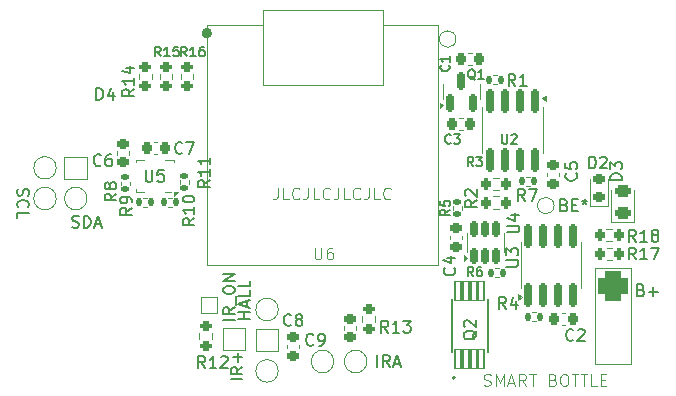
<source format=gbr>
%TF.GenerationSoftware,KiCad,Pcbnew,9.0.4*%
%TF.CreationDate,2025-10-28T17:49:17+05:30*%
%TF.ProjectId,PCB,5043422e-6b69-4636-9164-5f7063625858,rev?*%
%TF.SameCoordinates,Original*%
%TF.FileFunction,Legend,Top*%
%TF.FilePolarity,Positive*%
%FSLAX46Y46*%
G04 Gerber Fmt 4.6, Leading zero omitted, Abs format (unit mm)*
G04 Created by KiCad (PCBNEW 9.0.4) date 2025-10-28 17:49:17*
%MOMM*%
%LPD*%
G01*
G04 APERTURE LIST*
G04 Aperture macros list*
%AMRoundRect*
0 Rectangle with rounded corners*
0 $1 Rounding radius*
0 $2 $3 $4 $5 $6 $7 $8 $9 X,Y pos of 4 corners*
0 Add a 4 corners polygon primitive as box body*
4,1,4,$2,$3,$4,$5,$6,$7,$8,$9,$2,$3,0*
0 Add four circle primitives for the rounded corners*
1,1,$1+$1,$2,$3*
1,1,$1+$1,$4,$5*
1,1,$1+$1,$6,$7*
1,1,$1+$1,$8,$9*
0 Add four rect primitives between the rounded corners*
20,1,$1+$1,$2,$3,$4,$5,0*
20,1,$1+$1,$4,$5,$6,$7,0*
20,1,$1+$1,$6,$7,$8,$9,0*
20,1,$1+$1,$8,$9,$2,$3,0*%
G04 Aperture macros list end*
%ADD10C,0.150000*%
%ADD11C,0.100000*%
%ADD12C,0.120000*%
%ADD13C,0.500000*%
%ADD14C,0.127000*%
%ADD15C,0.200000*%
%ADD16RoundRect,0.225000X-0.250000X0.225000X-0.250000X-0.225000X0.250000X-0.225000X0.250000X0.225000X0*%
%ADD17C,1.500000*%
%ADD18RoundRect,0.225000X-0.225000X-0.250000X0.225000X-0.250000X0.225000X0.250000X-0.225000X0.250000X0*%
%ADD19RoundRect,0.200000X-0.275000X0.200000X-0.275000X-0.200000X0.275000X-0.200000X0.275000X0.200000X0*%
%ADD20RoundRect,0.135000X0.185000X-0.135000X0.185000X0.135000X-0.185000X0.135000X-0.185000X-0.135000X0*%
%ADD21RoundRect,0.150000X0.150000X-0.512500X0.150000X0.512500X-0.150000X0.512500X-0.150000X-0.512500X0*%
%ADD22RoundRect,0.135000X-0.185000X0.135000X-0.185000X-0.135000X0.185000X-0.135000X0.185000X0.135000X0*%
%ADD23RoundRect,0.225000X0.225000X0.250000X-0.225000X0.250000X-0.225000X-0.250000X0.225000X-0.250000X0*%
%ADD24RoundRect,0.243750X0.456250X-0.243750X0.456250X0.243750X-0.456250X0.243750X-0.456250X-0.243750X0*%
%ADD25RoundRect,0.135000X0.135000X0.185000X-0.135000X0.185000X-0.135000X-0.185000X0.135000X-0.185000X0*%
%ADD26R,0.675000X0.250000*%
%ADD27R,0.250000X0.675000*%
%ADD28R,1.500000X1.500000*%
%ADD29R,1.000000X1.000000*%
%ADD30RoundRect,0.135000X-0.135000X-0.185000X0.135000X-0.185000X0.135000X0.185000X-0.135000X0.185000X0*%
%ADD31RoundRect,0.200000X-0.200000X-0.275000X0.200000X-0.275000X0.200000X0.275000X-0.200000X0.275000X0*%
%ADD32RoundRect,0.650000X-0.650000X0.650000X-0.650000X-0.650000X0.650000X-0.650000X0.650000X0.650000X0*%
%ADD33C,2.600000*%
%ADD34RoundRect,0.218750X0.256250X-0.218750X0.256250X0.218750X-0.256250X0.218750X-0.256250X-0.218750X0*%
%ADD35C,1.000000*%
%ADD36RoundRect,0.150000X0.150000X-0.825000X0.150000X0.825000X-0.150000X0.825000X-0.150000X-0.825000X0*%
%ADD37R,3.300000X2.410000*%
%ADD38RoundRect,0.150000X0.150000X-0.587500X0.150000X0.587500X-0.150000X0.587500X-0.150000X-0.587500X0*%
%ADD39RoundRect,0.200000X0.200000X0.275000X-0.200000X0.275000X-0.200000X-0.275000X0.200000X-0.275000X0*%
%ADD40R,1.800000X1.800000*%
%ADD41C,1.800000*%
%ADD42RoundRect,0.225000X0.250000X-0.225000X0.250000X0.225000X-0.250000X0.225000X-0.250000X-0.225000X0*%
%ADD43RoundRect,0.150000X-0.150000X0.825000X-0.150000X-0.825000X0.150000X-0.825000X0.150000X0.825000X0*%
%ADD44O,2.250000X1.500000*%
%ADD45RoundRect,0.075500X0.226500X-0.806500X0.226500X0.806500X-0.226500X0.806500X-0.226500X-0.806500X0*%
G04 APERTURE END LIST*
D10*
X138789160Y-68822200D02*
X138932017Y-68869819D01*
X138932017Y-68869819D02*
X139170112Y-68869819D01*
X139170112Y-68869819D02*
X139265350Y-68822200D01*
X139265350Y-68822200D02*
X139312969Y-68774580D01*
X139312969Y-68774580D02*
X139360588Y-68679342D01*
X139360588Y-68679342D02*
X139360588Y-68584104D01*
X139360588Y-68584104D02*
X139312969Y-68488866D01*
X139312969Y-68488866D02*
X139265350Y-68441247D01*
X139265350Y-68441247D02*
X139170112Y-68393628D01*
X139170112Y-68393628D02*
X138979636Y-68346009D01*
X138979636Y-68346009D02*
X138884398Y-68298390D01*
X138884398Y-68298390D02*
X138836779Y-68250771D01*
X138836779Y-68250771D02*
X138789160Y-68155533D01*
X138789160Y-68155533D02*
X138789160Y-68060295D01*
X138789160Y-68060295D02*
X138836779Y-67965057D01*
X138836779Y-67965057D02*
X138884398Y-67917438D01*
X138884398Y-67917438D02*
X138979636Y-67869819D01*
X138979636Y-67869819D02*
X139217731Y-67869819D01*
X139217731Y-67869819D02*
X139360588Y-67917438D01*
X139789160Y-68869819D02*
X139789160Y-67869819D01*
X139789160Y-67869819D02*
X140027255Y-67869819D01*
X140027255Y-67869819D02*
X140170112Y-67917438D01*
X140170112Y-67917438D02*
X140265350Y-68012676D01*
X140265350Y-68012676D02*
X140312969Y-68107914D01*
X140312969Y-68107914D02*
X140360588Y-68298390D01*
X140360588Y-68298390D02*
X140360588Y-68441247D01*
X140360588Y-68441247D02*
X140312969Y-68631723D01*
X140312969Y-68631723D02*
X140265350Y-68726961D01*
X140265350Y-68726961D02*
X140170112Y-68822200D01*
X140170112Y-68822200D02*
X140027255Y-68869819D01*
X140027255Y-68869819D02*
X139789160Y-68869819D01*
X140741541Y-68584104D02*
X141217731Y-68584104D01*
X140646303Y-68869819D02*
X140979636Y-67869819D01*
X140979636Y-67869819D02*
X141312969Y-68869819D01*
X186970112Y-74146009D02*
X187112969Y-74193628D01*
X187112969Y-74193628D02*
X187160588Y-74241247D01*
X187160588Y-74241247D02*
X187208207Y-74336485D01*
X187208207Y-74336485D02*
X187208207Y-74479342D01*
X187208207Y-74479342D02*
X187160588Y-74574580D01*
X187160588Y-74574580D02*
X187112969Y-74622200D01*
X187112969Y-74622200D02*
X187017731Y-74669819D01*
X187017731Y-74669819D02*
X186636779Y-74669819D01*
X186636779Y-74669819D02*
X186636779Y-73669819D01*
X186636779Y-73669819D02*
X186970112Y-73669819D01*
X186970112Y-73669819D02*
X187065350Y-73717438D01*
X187065350Y-73717438D02*
X187112969Y-73765057D01*
X187112969Y-73765057D02*
X187160588Y-73860295D01*
X187160588Y-73860295D02*
X187160588Y-73955533D01*
X187160588Y-73955533D02*
X187112969Y-74050771D01*
X187112969Y-74050771D02*
X187065350Y-74098390D01*
X187065350Y-74098390D02*
X186970112Y-74146009D01*
X186970112Y-74146009D02*
X186636779Y-74146009D01*
X187636779Y-74288866D02*
X188398684Y-74288866D01*
X188017731Y-74669819D02*
X188017731Y-73907914D01*
X134177800Y-65589160D02*
X134130180Y-65732017D01*
X134130180Y-65732017D02*
X134130180Y-65970112D01*
X134130180Y-65970112D02*
X134177800Y-66065350D01*
X134177800Y-66065350D02*
X134225419Y-66112969D01*
X134225419Y-66112969D02*
X134320657Y-66160588D01*
X134320657Y-66160588D02*
X134415895Y-66160588D01*
X134415895Y-66160588D02*
X134511133Y-66112969D01*
X134511133Y-66112969D02*
X134558752Y-66065350D01*
X134558752Y-66065350D02*
X134606371Y-65970112D01*
X134606371Y-65970112D02*
X134653990Y-65779636D01*
X134653990Y-65779636D02*
X134701609Y-65684398D01*
X134701609Y-65684398D02*
X134749228Y-65636779D01*
X134749228Y-65636779D02*
X134844466Y-65589160D01*
X134844466Y-65589160D02*
X134939704Y-65589160D01*
X134939704Y-65589160D02*
X135034942Y-65636779D01*
X135034942Y-65636779D02*
X135082561Y-65684398D01*
X135082561Y-65684398D02*
X135130180Y-65779636D01*
X135130180Y-65779636D02*
X135130180Y-66017731D01*
X135130180Y-66017731D02*
X135082561Y-66160588D01*
X134225419Y-67160588D02*
X134177800Y-67112969D01*
X134177800Y-67112969D02*
X134130180Y-66970112D01*
X134130180Y-66970112D02*
X134130180Y-66874874D01*
X134130180Y-66874874D02*
X134177800Y-66732017D01*
X134177800Y-66732017D02*
X134273038Y-66636779D01*
X134273038Y-66636779D02*
X134368276Y-66589160D01*
X134368276Y-66589160D02*
X134558752Y-66541541D01*
X134558752Y-66541541D02*
X134701609Y-66541541D01*
X134701609Y-66541541D02*
X134892085Y-66589160D01*
X134892085Y-66589160D02*
X134987323Y-66636779D01*
X134987323Y-66636779D02*
X135082561Y-66732017D01*
X135082561Y-66732017D02*
X135130180Y-66874874D01*
X135130180Y-66874874D02*
X135130180Y-66970112D01*
X135130180Y-66970112D02*
X135082561Y-67112969D01*
X135082561Y-67112969D02*
X135034942Y-67160588D01*
X134130180Y-68065350D02*
X134130180Y-67589160D01*
X134130180Y-67589160D02*
X135130180Y-67589160D01*
X153869819Y-76563220D02*
X152869819Y-76563220D01*
X153346009Y-76563220D02*
X153346009Y-75991792D01*
X153869819Y-75991792D02*
X152869819Y-75991792D01*
X153584104Y-75563220D02*
X153584104Y-75087030D01*
X153869819Y-75658458D02*
X152869819Y-75325125D01*
X152869819Y-75325125D02*
X153869819Y-74991792D01*
X153869819Y-74182268D02*
X153869819Y-74658458D01*
X153869819Y-74658458D02*
X152869819Y-74658458D01*
X153869819Y-73372744D02*
X153869819Y-73848934D01*
X153869819Y-73848934D02*
X152869819Y-73848934D01*
X152569819Y-76663220D02*
X151569819Y-76663220D01*
X152569819Y-75615602D02*
X152093628Y-75948935D01*
X152569819Y-76187030D02*
X151569819Y-76187030D01*
X151569819Y-76187030D02*
X151569819Y-75806078D01*
X151569819Y-75806078D02*
X151617438Y-75710840D01*
X151617438Y-75710840D02*
X151665057Y-75663221D01*
X151665057Y-75663221D02*
X151760295Y-75615602D01*
X151760295Y-75615602D02*
X151903152Y-75615602D01*
X151903152Y-75615602D02*
X151998390Y-75663221D01*
X151998390Y-75663221D02*
X152046009Y-75710840D01*
X152046009Y-75710840D02*
X152093628Y-75806078D01*
X152093628Y-75806078D02*
X152093628Y-76187030D01*
X152665057Y-75425126D02*
X152665057Y-74663221D01*
X151569819Y-74234649D02*
X151569819Y-74044173D01*
X151569819Y-74044173D02*
X151617438Y-73948935D01*
X151617438Y-73948935D02*
X151712676Y-73853697D01*
X151712676Y-73853697D02*
X151903152Y-73806078D01*
X151903152Y-73806078D02*
X152236485Y-73806078D01*
X152236485Y-73806078D02*
X152426961Y-73853697D01*
X152426961Y-73853697D02*
X152522200Y-73948935D01*
X152522200Y-73948935D02*
X152569819Y-74044173D01*
X152569819Y-74044173D02*
X152569819Y-74234649D01*
X152569819Y-74234649D02*
X152522200Y-74329887D01*
X152522200Y-74329887D02*
X152426961Y-74425125D01*
X152426961Y-74425125D02*
X152236485Y-74472744D01*
X152236485Y-74472744D02*
X151903152Y-74472744D01*
X151903152Y-74472744D02*
X151712676Y-74425125D01*
X151712676Y-74425125D02*
X151617438Y-74329887D01*
X151617438Y-74329887D02*
X151569819Y-74234649D01*
X152569819Y-73377506D02*
X151569819Y-73377506D01*
X151569819Y-73377506D02*
X152569819Y-72806078D01*
X152569819Y-72806078D02*
X151569819Y-72806078D01*
X180470112Y-66946009D02*
X180612969Y-66993628D01*
X180612969Y-66993628D02*
X180660588Y-67041247D01*
X180660588Y-67041247D02*
X180708207Y-67136485D01*
X180708207Y-67136485D02*
X180708207Y-67279342D01*
X180708207Y-67279342D02*
X180660588Y-67374580D01*
X180660588Y-67374580D02*
X180612969Y-67422200D01*
X180612969Y-67422200D02*
X180517731Y-67469819D01*
X180517731Y-67469819D02*
X180136779Y-67469819D01*
X180136779Y-67469819D02*
X180136779Y-66469819D01*
X180136779Y-66469819D02*
X180470112Y-66469819D01*
X180470112Y-66469819D02*
X180565350Y-66517438D01*
X180565350Y-66517438D02*
X180612969Y-66565057D01*
X180612969Y-66565057D02*
X180660588Y-66660295D01*
X180660588Y-66660295D02*
X180660588Y-66755533D01*
X180660588Y-66755533D02*
X180612969Y-66850771D01*
X180612969Y-66850771D02*
X180565350Y-66898390D01*
X180565350Y-66898390D02*
X180470112Y-66946009D01*
X180470112Y-66946009D02*
X180136779Y-66946009D01*
X181136779Y-66946009D02*
X181470112Y-66946009D01*
X181612969Y-67469819D02*
X181136779Y-67469819D01*
X181136779Y-67469819D02*
X181136779Y-66469819D01*
X181136779Y-66469819D02*
X181612969Y-66469819D01*
X182184398Y-66469819D02*
X182184398Y-66707914D01*
X181946303Y-66612676D02*
X182184398Y-66707914D01*
X182184398Y-66707914D02*
X182422493Y-66612676D01*
X182041541Y-66898390D02*
X182184398Y-66707914D01*
X182184398Y-66707914D02*
X182327255Y-66898390D01*
D11*
X156189598Y-65472419D02*
X156189598Y-66186704D01*
X156189598Y-66186704D02*
X156141979Y-66329561D01*
X156141979Y-66329561D02*
X156046741Y-66424800D01*
X156046741Y-66424800D02*
X155903884Y-66472419D01*
X155903884Y-66472419D02*
X155808646Y-66472419D01*
X157141979Y-66472419D02*
X156665789Y-66472419D01*
X156665789Y-66472419D02*
X156665789Y-65472419D01*
X158046741Y-66377180D02*
X157999122Y-66424800D01*
X157999122Y-66424800D02*
X157856265Y-66472419D01*
X157856265Y-66472419D02*
X157761027Y-66472419D01*
X157761027Y-66472419D02*
X157618170Y-66424800D01*
X157618170Y-66424800D02*
X157522932Y-66329561D01*
X157522932Y-66329561D02*
X157475313Y-66234323D01*
X157475313Y-66234323D02*
X157427694Y-66043847D01*
X157427694Y-66043847D02*
X157427694Y-65900990D01*
X157427694Y-65900990D02*
X157475313Y-65710514D01*
X157475313Y-65710514D02*
X157522932Y-65615276D01*
X157522932Y-65615276D02*
X157618170Y-65520038D01*
X157618170Y-65520038D02*
X157761027Y-65472419D01*
X157761027Y-65472419D02*
X157856265Y-65472419D01*
X157856265Y-65472419D02*
X157999122Y-65520038D01*
X157999122Y-65520038D02*
X158046741Y-65567657D01*
X158761027Y-65472419D02*
X158761027Y-66186704D01*
X158761027Y-66186704D02*
X158713408Y-66329561D01*
X158713408Y-66329561D02*
X158618170Y-66424800D01*
X158618170Y-66424800D02*
X158475313Y-66472419D01*
X158475313Y-66472419D02*
X158380075Y-66472419D01*
X159713408Y-66472419D02*
X159237218Y-66472419D01*
X159237218Y-66472419D02*
X159237218Y-65472419D01*
X160618170Y-66377180D02*
X160570551Y-66424800D01*
X160570551Y-66424800D02*
X160427694Y-66472419D01*
X160427694Y-66472419D02*
X160332456Y-66472419D01*
X160332456Y-66472419D02*
X160189599Y-66424800D01*
X160189599Y-66424800D02*
X160094361Y-66329561D01*
X160094361Y-66329561D02*
X160046742Y-66234323D01*
X160046742Y-66234323D02*
X159999123Y-66043847D01*
X159999123Y-66043847D02*
X159999123Y-65900990D01*
X159999123Y-65900990D02*
X160046742Y-65710514D01*
X160046742Y-65710514D02*
X160094361Y-65615276D01*
X160094361Y-65615276D02*
X160189599Y-65520038D01*
X160189599Y-65520038D02*
X160332456Y-65472419D01*
X160332456Y-65472419D02*
X160427694Y-65472419D01*
X160427694Y-65472419D02*
X160570551Y-65520038D01*
X160570551Y-65520038D02*
X160618170Y-65567657D01*
X161332456Y-65472419D02*
X161332456Y-66186704D01*
X161332456Y-66186704D02*
X161284837Y-66329561D01*
X161284837Y-66329561D02*
X161189599Y-66424800D01*
X161189599Y-66424800D02*
X161046742Y-66472419D01*
X161046742Y-66472419D02*
X160951504Y-66472419D01*
X162284837Y-66472419D02*
X161808647Y-66472419D01*
X161808647Y-66472419D02*
X161808647Y-65472419D01*
X163189599Y-66377180D02*
X163141980Y-66424800D01*
X163141980Y-66424800D02*
X162999123Y-66472419D01*
X162999123Y-66472419D02*
X162903885Y-66472419D01*
X162903885Y-66472419D02*
X162761028Y-66424800D01*
X162761028Y-66424800D02*
X162665790Y-66329561D01*
X162665790Y-66329561D02*
X162618171Y-66234323D01*
X162618171Y-66234323D02*
X162570552Y-66043847D01*
X162570552Y-66043847D02*
X162570552Y-65900990D01*
X162570552Y-65900990D02*
X162618171Y-65710514D01*
X162618171Y-65710514D02*
X162665790Y-65615276D01*
X162665790Y-65615276D02*
X162761028Y-65520038D01*
X162761028Y-65520038D02*
X162903885Y-65472419D01*
X162903885Y-65472419D02*
X162999123Y-65472419D01*
X162999123Y-65472419D02*
X163141980Y-65520038D01*
X163141980Y-65520038D02*
X163189599Y-65567657D01*
X163903885Y-65472419D02*
X163903885Y-66186704D01*
X163903885Y-66186704D02*
X163856266Y-66329561D01*
X163856266Y-66329561D02*
X163761028Y-66424800D01*
X163761028Y-66424800D02*
X163618171Y-66472419D01*
X163618171Y-66472419D02*
X163522933Y-66472419D01*
X164856266Y-66472419D02*
X164380076Y-66472419D01*
X164380076Y-66472419D02*
X164380076Y-65472419D01*
X165761028Y-66377180D02*
X165713409Y-66424800D01*
X165713409Y-66424800D02*
X165570552Y-66472419D01*
X165570552Y-66472419D02*
X165475314Y-66472419D01*
X165475314Y-66472419D02*
X165332457Y-66424800D01*
X165332457Y-66424800D02*
X165237219Y-66329561D01*
X165237219Y-66329561D02*
X165189600Y-66234323D01*
X165189600Y-66234323D02*
X165141981Y-66043847D01*
X165141981Y-66043847D02*
X165141981Y-65900990D01*
X165141981Y-65900990D02*
X165189600Y-65710514D01*
X165189600Y-65710514D02*
X165237219Y-65615276D01*
X165237219Y-65615276D02*
X165332457Y-65520038D01*
X165332457Y-65520038D02*
X165475314Y-65472419D01*
X165475314Y-65472419D02*
X165570552Y-65472419D01*
X165570552Y-65472419D02*
X165713409Y-65520038D01*
X165713409Y-65520038D02*
X165761028Y-65567657D01*
D10*
X153219819Y-81713220D02*
X152219819Y-81713220D01*
X153219819Y-80665602D02*
X152743628Y-80998935D01*
X153219819Y-81237030D02*
X152219819Y-81237030D01*
X152219819Y-81237030D02*
X152219819Y-80856078D01*
X152219819Y-80856078D02*
X152267438Y-80760840D01*
X152267438Y-80760840D02*
X152315057Y-80713221D01*
X152315057Y-80713221D02*
X152410295Y-80665602D01*
X152410295Y-80665602D02*
X152553152Y-80665602D01*
X152553152Y-80665602D02*
X152648390Y-80713221D01*
X152648390Y-80713221D02*
X152696009Y-80760840D01*
X152696009Y-80760840D02*
X152743628Y-80856078D01*
X152743628Y-80856078D02*
X152743628Y-81237030D01*
X152838866Y-80237030D02*
X152838866Y-79475126D01*
X153219819Y-79856078D02*
X152457914Y-79856078D01*
D11*
X173656265Y-82224800D02*
X173799122Y-82272419D01*
X173799122Y-82272419D02*
X174037217Y-82272419D01*
X174037217Y-82272419D02*
X174132455Y-82224800D01*
X174132455Y-82224800D02*
X174180074Y-82177180D01*
X174180074Y-82177180D02*
X174227693Y-82081942D01*
X174227693Y-82081942D02*
X174227693Y-81986704D01*
X174227693Y-81986704D02*
X174180074Y-81891466D01*
X174180074Y-81891466D02*
X174132455Y-81843847D01*
X174132455Y-81843847D02*
X174037217Y-81796228D01*
X174037217Y-81796228D02*
X173846741Y-81748609D01*
X173846741Y-81748609D02*
X173751503Y-81700990D01*
X173751503Y-81700990D02*
X173703884Y-81653371D01*
X173703884Y-81653371D02*
X173656265Y-81558133D01*
X173656265Y-81558133D02*
X173656265Y-81462895D01*
X173656265Y-81462895D02*
X173703884Y-81367657D01*
X173703884Y-81367657D02*
X173751503Y-81320038D01*
X173751503Y-81320038D02*
X173846741Y-81272419D01*
X173846741Y-81272419D02*
X174084836Y-81272419D01*
X174084836Y-81272419D02*
X174227693Y-81320038D01*
X174656265Y-82272419D02*
X174656265Y-81272419D01*
X174656265Y-81272419D02*
X174989598Y-81986704D01*
X174989598Y-81986704D02*
X175322931Y-81272419D01*
X175322931Y-81272419D02*
X175322931Y-82272419D01*
X175751503Y-81986704D02*
X176227693Y-81986704D01*
X175656265Y-82272419D02*
X175989598Y-81272419D01*
X175989598Y-81272419D02*
X176322931Y-82272419D01*
X177227693Y-82272419D02*
X176894360Y-81796228D01*
X176656265Y-82272419D02*
X176656265Y-81272419D01*
X176656265Y-81272419D02*
X177037217Y-81272419D01*
X177037217Y-81272419D02*
X177132455Y-81320038D01*
X177132455Y-81320038D02*
X177180074Y-81367657D01*
X177180074Y-81367657D02*
X177227693Y-81462895D01*
X177227693Y-81462895D02*
X177227693Y-81605752D01*
X177227693Y-81605752D02*
X177180074Y-81700990D01*
X177180074Y-81700990D02*
X177132455Y-81748609D01*
X177132455Y-81748609D02*
X177037217Y-81796228D01*
X177037217Y-81796228D02*
X176656265Y-81796228D01*
X177513408Y-81272419D02*
X178084836Y-81272419D01*
X177799122Y-82272419D02*
X177799122Y-81272419D01*
X179513408Y-81748609D02*
X179656265Y-81796228D01*
X179656265Y-81796228D02*
X179703884Y-81843847D01*
X179703884Y-81843847D02*
X179751503Y-81939085D01*
X179751503Y-81939085D02*
X179751503Y-82081942D01*
X179751503Y-82081942D02*
X179703884Y-82177180D01*
X179703884Y-82177180D02*
X179656265Y-82224800D01*
X179656265Y-82224800D02*
X179561027Y-82272419D01*
X179561027Y-82272419D02*
X179180075Y-82272419D01*
X179180075Y-82272419D02*
X179180075Y-81272419D01*
X179180075Y-81272419D02*
X179513408Y-81272419D01*
X179513408Y-81272419D02*
X179608646Y-81320038D01*
X179608646Y-81320038D02*
X179656265Y-81367657D01*
X179656265Y-81367657D02*
X179703884Y-81462895D01*
X179703884Y-81462895D02*
X179703884Y-81558133D01*
X179703884Y-81558133D02*
X179656265Y-81653371D01*
X179656265Y-81653371D02*
X179608646Y-81700990D01*
X179608646Y-81700990D02*
X179513408Y-81748609D01*
X179513408Y-81748609D02*
X179180075Y-81748609D01*
X180370551Y-81272419D02*
X180561027Y-81272419D01*
X180561027Y-81272419D02*
X180656265Y-81320038D01*
X180656265Y-81320038D02*
X180751503Y-81415276D01*
X180751503Y-81415276D02*
X180799122Y-81605752D01*
X180799122Y-81605752D02*
X180799122Y-81939085D01*
X180799122Y-81939085D02*
X180751503Y-82129561D01*
X180751503Y-82129561D02*
X180656265Y-82224800D01*
X180656265Y-82224800D02*
X180561027Y-82272419D01*
X180561027Y-82272419D02*
X180370551Y-82272419D01*
X180370551Y-82272419D02*
X180275313Y-82224800D01*
X180275313Y-82224800D02*
X180180075Y-82129561D01*
X180180075Y-82129561D02*
X180132456Y-81939085D01*
X180132456Y-81939085D02*
X180132456Y-81605752D01*
X180132456Y-81605752D02*
X180180075Y-81415276D01*
X180180075Y-81415276D02*
X180275313Y-81320038D01*
X180275313Y-81320038D02*
X180370551Y-81272419D01*
X181084837Y-81272419D02*
X181656265Y-81272419D01*
X181370551Y-82272419D02*
X181370551Y-81272419D01*
X181846742Y-81272419D02*
X182418170Y-81272419D01*
X182132456Y-82272419D02*
X182132456Y-81272419D01*
X183227694Y-82272419D02*
X182751504Y-82272419D01*
X182751504Y-82272419D02*
X182751504Y-81272419D01*
X183561028Y-81748609D02*
X183894361Y-81748609D01*
X184037218Y-82272419D02*
X183561028Y-82272419D01*
X183561028Y-82272419D02*
X183561028Y-81272419D01*
X183561028Y-81272419D02*
X184037218Y-81272419D01*
D10*
X164636779Y-80669819D02*
X164636779Y-79669819D01*
X165684397Y-80669819D02*
X165351064Y-80193628D01*
X165112969Y-80669819D02*
X165112969Y-79669819D01*
X165112969Y-79669819D02*
X165493921Y-79669819D01*
X165493921Y-79669819D02*
X165589159Y-79717438D01*
X165589159Y-79717438D02*
X165636778Y-79765057D01*
X165636778Y-79765057D02*
X165684397Y-79860295D01*
X165684397Y-79860295D02*
X165684397Y-80003152D01*
X165684397Y-80003152D02*
X165636778Y-80098390D01*
X165636778Y-80098390D02*
X165589159Y-80146009D01*
X165589159Y-80146009D02*
X165493921Y-80193628D01*
X165493921Y-80193628D02*
X165112969Y-80193628D01*
X166065350Y-80384104D02*
X166541540Y-80384104D01*
X165970112Y-80669819D02*
X166303445Y-79669819D01*
X166303445Y-79669819D02*
X166636778Y-80669819D01*
X157333333Y-77084580D02*
X157285714Y-77132200D01*
X157285714Y-77132200D02*
X157142857Y-77179819D01*
X157142857Y-77179819D02*
X157047619Y-77179819D01*
X157047619Y-77179819D02*
X156904762Y-77132200D01*
X156904762Y-77132200D02*
X156809524Y-77036961D01*
X156809524Y-77036961D02*
X156761905Y-76941723D01*
X156761905Y-76941723D02*
X156714286Y-76751247D01*
X156714286Y-76751247D02*
X156714286Y-76608390D01*
X156714286Y-76608390D02*
X156761905Y-76417914D01*
X156761905Y-76417914D02*
X156809524Y-76322676D01*
X156809524Y-76322676D02*
X156904762Y-76227438D01*
X156904762Y-76227438D02*
X157047619Y-76179819D01*
X157047619Y-76179819D02*
X157142857Y-76179819D01*
X157142857Y-76179819D02*
X157285714Y-76227438D01*
X157285714Y-76227438D02*
X157333333Y-76275057D01*
X157904762Y-76608390D02*
X157809524Y-76560771D01*
X157809524Y-76560771D02*
X157761905Y-76513152D01*
X157761905Y-76513152D02*
X157714286Y-76417914D01*
X157714286Y-76417914D02*
X157714286Y-76370295D01*
X157714286Y-76370295D02*
X157761905Y-76275057D01*
X157761905Y-76275057D02*
X157809524Y-76227438D01*
X157809524Y-76227438D02*
X157904762Y-76179819D01*
X157904762Y-76179819D02*
X158095238Y-76179819D01*
X158095238Y-76179819D02*
X158190476Y-76227438D01*
X158190476Y-76227438D02*
X158238095Y-76275057D01*
X158238095Y-76275057D02*
X158285714Y-76370295D01*
X158285714Y-76370295D02*
X158285714Y-76417914D01*
X158285714Y-76417914D02*
X158238095Y-76513152D01*
X158238095Y-76513152D02*
X158190476Y-76560771D01*
X158190476Y-76560771D02*
X158095238Y-76608390D01*
X158095238Y-76608390D02*
X157904762Y-76608390D01*
X157904762Y-76608390D02*
X157809524Y-76656009D01*
X157809524Y-76656009D02*
X157761905Y-76703628D01*
X157761905Y-76703628D02*
X157714286Y-76798866D01*
X157714286Y-76798866D02*
X157714286Y-76989342D01*
X157714286Y-76989342D02*
X157761905Y-77084580D01*
X157761905Y-77084580D02*
X157809524Y-77132200D01*
X157809524Y-77132200D02*
X157904762Y-77179819D01*
X157904762Y-77179819D02*
X158095238Y-77179819D01*
X158095238Y-77179819D02*
X158190476Y-77132200D01*
X158190476Y-77132200D02*
X158238095Y-77084580D01*
X158238095Y-77084580D02*
X158285714Y-76989342D01*
X158285714Y-76989342D02*
X158285714Y-76798866D01*
X158285714Y-76798866D02*
X158238095Y-76703628D01*
X158238095Y-76703628D02*
X158190476Y-76656009D01*
X158190476Y-76656009D02*
X158095238Y-76608390D01*
X181233333Y-78359580D02*
X181185714Y-78407200D01*
X181185714Y-78407200D02*
X181042857Y-78454819D01*
X181042857Y-78454819D02*
X180947619Y-78454819D01*
X180947619Y-78454819D02*
X180804762Y-78407200D01*
X180804762Y-78407200D02*
X180709524Y-78311961D01*
X180709524Y-78311961D02*
X180661905Y-78216723D01*
X180661905Y-78216723D02*
X180614286Y-78026247D01*
X180614286Y-78026247D02*
X180614286Y-77883390D01*
X180614286Y-77883390D02*
X180661905Y-77692914D01*
X180661905Y-77692914D02*
X180709524Y-77597676D01*
X180709524Y-77597676D02*
X180804762Y-77502438D01*
X180804762Y-77502438D02*
X180947619Y-77454819D01*
X180947619Y-77454819D02*
X181042857Y-77454819D01*
X181042857Y-77454819D02*
X181185714Y-77502438D01*
X181185714Y-77502438D02*
X181233333Y-77550057D01*
X181614286Y-77550057D02*
X181661905Y-77502438D01*
X181661905Y-77502438D02*
X181757143Y-77454819D01*
X181757143Y-77454819D02*
X181995238Y-77454819D01*
X181995238Y-77454819D02*
X182090476Y-77502438D01*
X182090476Y-77502438D02*
X182138095Y-77550057D01*
X182138095Y-77550057D02*
X182185714Y-77645295D01*
X182185714Y-77645295D02*
X182185714Y-77740533D01*
X182185714Y-77740533D02*
X182138095Y-77883390D01*
X182138095Y-77883390D02*
X181566667Y-78454819D01*
X181566667Y-78454819D02*
X182185714Y-78454819D01*
X148485714Y-54362295D02*
X148219047Y-53981342D01*
X148028571Y-54362295D02*
X148028571Y-53562295D01*
X148028571Y-53562295D02*
X148333333Y-53562295D01*
X148333333Y-53562295D02*
X148409523Y-53600390D01*
X148409523Y-53600390D02*
X148447618Y-53638485D01*
X148447618Y-53638485D02*
X148485714Y-53714676D01*
X148485714Y-53714676D02*
X148485714Y-53828961D01*
X148485714Y-53828961D02*
X148447618Y-53905152D01*
X148447618Y-53905152D02*
X148409523Y-53943247D01*
X148409523Y-53943247D02*
X148333333Y-53981342D01*
X148333333Y-53981342D02*
X148028571Y-53981342D01*
X149247618Y-54362295D02*
X148790475Y-54362295D01*
X149019047Y-54362295D02*
X149019047Y-53562295D01*
X149019047Y-53562295D02*
X148942856Y-53676580D01*
X148942856Y-53676580D02*
X148866666Y-53752771D01*
X148866666Y-53752771D02*
X148790475Y-53790866D01*
X149933333Y-53562295D02*
X149780952Y-53562295D01*
X149780952Y-53562295D02*
X149704761Y-53600390D01*
X149704761Y-53600390D02*
X149666666Y-53638485D01*
X149666666Y-53638485D02*
X149590476Y-53752771D01*
X149590476Y-53752771D02*
X149552380Y-53905152D01*
X149552380Y-53905152D02*
X149552380Y-54209914D01*
X149552380Y-54209914D02*
X149590476Y-54286104D01*
X149590476Y-54286104D02*
X149628571Y-54324200D01*
X149628571Y-54324200D02*
X149704761Y-54362295D01*
X149704761Y-54362295D02*
X149857142Y-54362295D01*
X149857142Y-54362295D02*
X149933333Y-54324200D01*
X149933333Y-54324200D02*
X149971428Y-54286104D01*
X149971428Y-54286104D02*
X150009523Y-54209914D01*
X150009523Y-54209914D02*
X150009523Y-54019438D01*
X150009523Y-54019438D02*
X149971428Y-53943247D01*
X149971428Y-53943247D02*
X149933333Y-53905152D01*
X149933333Y-53905152D02*
X149857142Y-53867057D01*
X149857142Y-53867057D02*
X149704761Y-53867057D01*
X149704761Y-53867057D02*
X149628571Y-53905152D01*
X149628571Y-53905152D02*
X149590476Y-53943247D01*
X149590476Y-53943247D02*
X149552380Y-54019438D01*
X142554819Y-65986666D02*
X142078628Y-66319999D01*
X142554819Y-66558094D02*
X141554819Y-66558094D01*
X141554819Y-66558094D02*
X141554819Y-66177142D01*
X141554819Y-66177142D02*
X141602438Y-66081904D01*
X141602438Y-66081904D02*
X141650057Y-66034285D01*
X141650057Y-66034285D02*
X141745295Y-65986666D01*
X141745295Y-65986666D02*
X141888152Y-65986666D01*
X141888152Y-65986666D02*
X141983390Y-66034285D01*
X141983390Y-66034285D02*
X142031009Y-66081904D01*
X142031009Y-66081904D02*
X142078628Y-66177142D01*
X142078628Y-66177142D02*
X142078628Y-66558094D01*
X141983390Y-65415237D02*
X141935771Y-65510475D01*
X141935771Y-65510475D02*
X141888152Y-65558094D01*
X141888152Y-65558094D02*
X141792914Y-65605713D01*
X141792914Y-65605713D02*
X141745295Y-65605713D01*
X141745295Y-65605713D02*
X141650057Y-65558094D01*
X141650057Y-65558094D02*
X141602438Y-65510475D01*
X141602438Y-65510475D02*
X141554819Y-65415237D01*
X141554819Y-65415237D02*
X141554819Y-65224761D01*
X141554819Y-65224761D02*
X141602438Y-65129523D01*
X141602438Y-65129523D02*
X141650057Y-65081904D01*
X141650057Y-65081904D02*
X141745295Y-65034285D01*
X141745295Y-65034285D02*
X141792914Y-65034285D01*
X141792914Y-65034285D02*
X141888152Y-65081904D01*
X141888152Y-65081904D02*
X141935771Y-65129523D01*
X141935771Y-65129523D02*
X141983390Y-65224761D01*
X141983390Y-65224761D02*
X141983390Y-65415237D01*
X141983390Y-65415237D02*
X142031009Y-65510475D01*
X142031009Y-65510475D02*
X142078628Y-65558094D01*
X142078628Y-65558094D02*
X142173866Y-65605713D01*
X142173866Y-65605713D02*
X142364342Y-65605713D01*
X142364342Y-65605713D02*
X142459580Y-65558094D01*
X142459580Y-65558094D02*
X142507200Y-65510475D01*
X142507200Y-65510475D02*
X142554819Y-65415237D01*
X142554819Y-65415237D02*
X142554819Y-65224761D01*
X142554819Y-65224761D02*
X142507200Y-65129523D01*
X142507200Y-65129523D02*
X142459580Y-65081904D01*
X142459580Y-65081904D02*
X142364342Y-65034285D01*
X142364342Y-65034285D02*
X142173866Y-65034285D01*
X142173866Y-65034285D02*
X142078628Y-65081904D01*
X142078628Y-65081904D02*
X142031009Y-65129523D01*
X142031009Y-65129523D02*
X141983390Y-65224761D01*
X175654819Y-69261904D02*
X176464342Y-69261904D01*
X176464342Y-69261904D02*
X176559580Y-69214285D01*
X176559580Y-69214285D02*
X176607200Y-69166666D01*
X176607200Y-69166666D02*
X176654819Y-69071428D01*
X176654819Y-69071428D02*
X176654819Y-68880952D01*
X176654819Y-68880952D02*
X176607200Y-68785714D01*
X176607200Y-68785714D02*
X176559580Y-68738095D01*
X176559580Y-68738095D02*
X176464342Y-68690476D01*
X176464342Y-68690476D02*
X175654819Y-68690476D01*
X175988152Y-67785714D02*
X176654819Y-67785714D01*
X175607200Y-68023809D02*
X176321485Y-68261904D01*
X176321485Y-68261904D02*
X176321485Y-67642857D01*
X150454819Y-64842857D02*
X149978628Y-65176190D01*
X150454819Y-65414285D02*
X149454819Y-65414285D01*
X149454819Y-65414285D02*
X149454819Y-65033333D01*
X149454819Y-65033333D02*
X149502438Y-64938095D01*
X149502438Y-64938095D02*
X149550057Y-64890476D01*
X149550057Y-64890476D02*
X149645295Y-64842857D01*
X149645295Y-64842857D02*
X149788152Y-64842857D01*
X149788152Y-64842857D02*
X149883390Y-64890476D01*
X149883390Y-64890476D02*
X149931009Y-64938095D01*
X149931009Y-64938095D02*
X149978628Y-65033333D01*
X149978628Y-65033333D02*
X149978628Y-65414285D01*
X150454819Y-63890476D02*
X150454819Y-64461904D01*
X150454819Y-64176190D02*
X149454819Y-64176190D01*
X149454819Y-64176190D02*
X149597676Y-64271428D01*
X149597676Y-64271428D02*
X149692914Y-64366666D01*
X149692914Y-64366666D02*
X149740533Y-64461904D01*
X150454819Y-62938095D02*
X150454819Y-63509523D01*
X150454819Y-63223809D02*
X149454819Y-63223809D01*
X149454819Y-63223809D02*
X149597676Y-63319047D01*
X149597676Y-63319047D02*
X149692914Y-63414285D01*
X149692914Y-63414285D02*
X149740533Y-63509523D01*
X148133333Y-62517080D02*
X148085714Y-62564700D01*
X148085714Y-62564700D02*
X147942857Y-62612319D01*
X147942857Y-62612319D02*
X147847619Y-62612319D01*
X147847619Y-62612319D02*
X147704762Y-62564700D01*
X147704762Y-62564700D02*
X147609524Y-62469461D01*
X147609524Y-62469461D02*
X147561905Y-62374223D01*
X147561905Y-62374223D02*
X147514286Y-62183747D01*
X147514286Y-62183747D02*
X147514286Y-62040890D01*
X147514286Y-62040890D02*
X147561905Y-61850414D01*
X147561905Y-61850414D02*
X147609524Y-61755176D01*
X147609524Y-61755176D02*
X147704762Y-61659938D01*
X147704762Y-61659938D02*
X147847619Y-61612319D01*
X147847619Y-61612319D02*
X147942857Y-61612319D01*
X147942857Y-61612319D02*
X148085714Y-61659938D01*
X148085714Y-61659938D02*
X148133333Y-61707557D01*
X148466667Y-61612319D02*
X149133333Y-61612319D01*
X149133333Y-61612319D02*
X148704762Y-62612319D01*
X185354819Y-64838094D02*
X184354819Y-64838094D01*
X184354819Y-64838094D02*
X184354819Y-64599999D01*
X184354819Y-64599999D02*
X184402438Y-64457142D01*
X184402438Y-64457142D02*
X184497676Y-64361904D01*
X184497676Y-64361904D02*
X184592914Y-64314285D01*
X184592914Y-64314285D02*
X184783390Y-64266666D01*
X184783390Y-64266666D02*
X184926247Y-64266666D01*
X184926247Y-64266666D02*
X185116723Y-64314285D01*
X185116723Y-64314285D02*
X185211961Y-64361904D01*
X185211961Y-64361904D02*
X185307200Y-64457142D01*
X185307200Y-64457142D02*
X185354819Y-64599999D01*
X185354819Y-64599999D02*
X185354819Y-64838094D01*
X184354819Y-63933332D02*
X184354819Y-63314285D01*
X184354819Y-63314285D02*
X184735771Y-63647618D01*
X184735771Y-63647618D02*
X184735771Y-63504761D01*
X184735771Y-63504761D02*
X184783390Y-63409523D01*
X184783390Y-63409523D02*
X184831009Y-63361904D01*
X184831009Y-63361904D02*
X184926247Y-63314285D01*
X184926247Y-63314285D02*
X185164342Y-63314285D01*
X185164342Y-63314285D02*
X185259580Y-63361904D01*
X185259580Y-63361904D02*
X185307200Y-63409523D01*
X185307200Y-63409523D02*
X185354819Y-63504761D01*
X185354819Y-63504761D02*
X185354819Y-63790475D01*
X185354819Y-63790475D02*
X185307200Y-63885713D01*
X185307200Y-63885713D02*
X185259580Y-63933332D01*
X176328333Y-56854819D02*
X175995000Y-56378628D01*
X175756905Y-56854819D02*
X175756905Y-55854819D01*
X175756905Y-55854819D02*
X176137857Y-55854819D01*
X176137857Y-55854819D02*
X176233095Y-55902438D01*
X176233095Y-55902438D02*
X176280714Y-55950057D01*
X176280714Y-55950057D02*
X176328333Y-56045295D01*
X176328333Y-56045295D02*
X176328333Y-56188152D01*
X176328333Y-56188152D02*
X176280714Y-56283390D01*
X176280714Y-56283390D02*
X176233095Y-56331009D01*
X176233095Y-56331009D02*
X176137857Y-56378628D01*
X176137857Y-56378628D02*
X175756905Y-56378628D01*
X177280714Y-56854819D02*
X176709286Y-56854819D01*
X176995000Y-56854819D02*
X176995000Y-55854819D01*
X176995000Y-55854819D02*
X176899762Y-55997676D01*
X176899762Y-55997676D02*
X176804524Y-56092914D01*
X176804524Y-56092914D02*
X176709286Y-56140533D01*
X145025595Y-63974819D02*
X145025595Y-64784342D01*
X145025595Y-64784342D02*
X145073214Y-64879580D01*
X145073214Y-64879580D02*
X145120833Y-64927200D01*
X145120833Y-64927200D02*
X145216071Y-64974819D01*
X145216071Y-64974819D02*
X145406547Y-64974819D01*
X145406547Y-64974819D02*
X145501785Y-64927200D01*
X145501785Y-64927200D02*
X145549404Y-64879580D01*
X145549404Y-64879580D02*
X145597023Y-64784342D01*
X145597023Y-64784342D02*
X145597023Y-63974819D01*
X146549404Y-63974819D02*
X146073214Y-63974819D01*
X146073214Y-63974819D02*
X146025595Y-64451009D01*
X146025595Y-64451009D02*
X146073214Y-64403390D01*
X146073214Y-64403390D02*
X146168452Y-64355771D01*
X146168452Y-64355771D02*
X146406547Y-64355771D01*
X146406547Y-64355771D02*
X146501785Y-64403390D01*
X146501785Y-64403390D02*
X146549404Y-64451009D01*
X146549404Y-64451009D02*
X146597023Y-64546247D01*
X146597023Y-64546247D02*
X146597023Y-64784342D01*
X146597023Y-64784342D02*
X146549404Y-64879580D01*
X146549404Y-64879580D02*
X146501785Y-64927200D01*
X146501785Y-64927200D02*
X146406547Y-64974819D01*
X146406547Y-64974819D02*
X146168452Y-64974819D01*
X146168452Y-64974819D02*
X146073214Y-64927200D01*
X146073214Y-64927200D02*
X146025595Y-64879580D01*
X149154819Y-68062857D02*
X148678628Y-68396190D01*
X149154819Y-68634285D02*
X148154819Y-68634285D01*
X148154819Y-68634285D02*
X148154819Y-68253333D01*
X148154819Y-68253333D02*
X148202438Y-68158095D01*
X148202438Y-68158095D02*
X148250057Y-68110476D01*
X148250057Y-68110476D02*
X148345295Y-68062857D01*
X148345295Y-68062857D02*
X148488152Y-68062857D01*
X148488152Y-68062857D02*
X148583390Y-68110476D01*
X148583390Y-68110476D02*
X148631009Y-68158095D01*
X148631009Y-68158095D02*
X148678628Y-68253333D01*
X148678628Y-68253333D02*
X148678628Y-68634285D01*
X149154819Y-67110476D02*
X149154819Y-67681904D01*
X149154819Y-67396190D02*
X148154819Y-67396190D01*
X148154819Y-67396190D02*
X148297676Y-67491428D01*
X148297676Y-67491428D02*
X148392914Y-67586666D01*
X148392914Y-67586666D02*
X148440533Y-67681904D01*
X148154819Y-66491428D02*
X148154819Y-66396190D01*
X148154819Y-66396190D02*
X148202438Y-66300952D01*
X148202438Y-66300952D02*
X148250057Y-66253333D01*
X148250057Y-66253333D02*
X148345295Y-66205714D01*
X148345295Y-66205714D02*
X148535771Y-66158095D01*
X148535771Y-66158095D02*
X148773866Y-66158095D01*
X148773866Y-66158095D02*
X148964342Y-66205714D01*
X148964342Y-66205714D02*
X149059580Y-66253333D01*
X149059580Y-66253333D02*
X149107200Y-66300952D01*
X149107200Y-66300952D02*
X149154819Y-66396190D01*
X149154819Y-66396190D02*
X149154819Y-66491428D01*
X149154819Y-66491428D02*
X149107200Y-66586666D01*
X149107200Y-66586666D02*
X149059580Y-66634285D01*
X149059580Y-66634285D02*
X148964342Y-66681904D01*
X148964342Y-66681904D02*
X148773866Y-66729523D01*
X148773866Y-66729523D02*
X148535771Y-66729523D01*
X148535771Y-66729523D02*
X148345295Y-66681904D01*
X148345295Y-66681904D02*
X148250057Y-66634285D01*
X148250057Y-66634285D02*
X148202438Y-66586666D01*
X148202438Y-66586666D02*
X148154819Y-66491428D01*
X173054819Y-66566666D02*
X172578628Y-66899999D01*
X173054819Y-67138094D02*
X172054819Y-67138094D01*
X172054819Y-67138094D02*
X172054819Y-66757142D01*
X172054819Y-66757142D02*
X172102438Y-66661904D01*
X172102438Y-66661904D02*
X172150057Y-66614285D01*
X172150057Y-66614285D02*
X172245295Y-66566666D01*
X172245295Y-66566666D02*
X172388152Y-66566666D01*
X172388152Y-66566666D02*
X172483390Y-66614285D01*
X172483390Y-66614285D02*
X172531009Y-66661904D01*
X172531009Y-66661904D02*
X172578628Y-66757142D01*
X172578628Y-66757142D02*
X172578628Y-67138094D01*
X172150057Y-66185713D02*
X172102438Y-66138094D01*
X172102438Y-66138094D02*
X172054819Y-66042856D01*
X172054819Y-66042856D02*
X172054819Y-65804761D01*
X172054819Y-65804761D02*
X172102438Y-65709523D01*
X172102438Y-65709523D02*
X172150057Y-65661904D01*
X172150057Y-65661904D02*
X172245295Y-65614285D01*
X172245295Y-65614285D02*
X172340533Y-65614285D01*
X172340533Y-65614285D02*
X172483390Y-65661904D01*
X172483390Y-65661904D02*
X173054819Y-66233332D01*
X173054819Y-66233332D02*
X173054819Y-65614285D01*
X165557142Y-77754819D02*
X165223809Y-77278628D01*
X164985714Y-77754819D02*
X164985714Y-76754819D01*
X164985714Y-76754819D02*
X165366666Y-76754819D01*
X165366666Y-76754819D02*
X165461904Y-76802438D01*
X165461904Y-76802438D02*
X165509523Y-76850057D01*
X165509523Y-76850057D02*
X165557142Y-76945295D01*
X165557142Y-76945295D02*
X165557142Y-77088152D01*
X165557142Y-77088152D02*
X165509523Y-77183390D01*
X165509523Y-77183390D02*
X165461904Y-77231009D01*
X165461904Y-77231009D02*
X165366666Y-77278628D01*
X165366666Y-77278628D02*
X164985714Y-77278628D01*
X166509523Y-77754819D02*
X165938095Y-77754819D01*
X166223809Y-77754819D02*
X166223809Y-76754819D01*
X166223809Y-76754819D02*
X166128571Y-76897676D01*
X166128571Y-76897676D02*
X166033333Y-76992914D01*
X166033333Y-76992914D02*
X165938095Y-77040533D01*
X166842857Y-76754819D02*
X167461904Y-76754819D01*
X167461904Y-76754819D02*
X167128571Y-77135771D01*
X167128571Y-77135771D02*
X167271428Y-77135771D01*
X167271428Y-77135771D02*
X167366666Y-77183390D01*
X167366666Y-77183390D02*
X167414285Y-77231009D01*
X167414285Y-77231009D02*
X167461904Y-77326247D01*
X167461904Y-77326247D02*
X167461904Y-77564342D01*
X167461904Y-77564342D02*
X167414285Y-77659580D01*
X167414285Y-77659580D02*
X167366666Y-77707200D01*
X167366666Y-77707200D02*
X167271428Y-77754819D01*
X167271428Y-77754819D02*
X166985714Y-77754819D01*
X166985714Y-77754819D02*
X166890476Y-77707200D01*
X166890476Y-77707200D02*
X166842857Y-77659580D01*
X172766667Y-72962295D02*
X172500000Y-72581342D01*
X172309524Y-72962295D02*
X172309524Y-72162295D01*
X172309524Y-72162295D02*
X172614286Y-72162295D01*
X172614286Y-72162295D02*
X172690476Y-72200390D01*
X172690476Y-72200390D02*
X172728571Y-72238485D01*
X172728571Y-72238485D02*
X172766667Y-72314676D01*
X172766667Y-72314676D02*
X172766667Y-72428961D01*
X172766667Y-72428961D02*
X172728571Y-72505152D01*
X172728571Y-72505152D02*
X172690476Y-72543247D01*
X172690476Y-72543247D02*
X172614286Y-72581342D01*
X172614286Y-72581342D02*
X172309524Y-72581342D01*
X173452381Y-72162295D02*
X173300000Y-72162295D01*
X173300000Y-72162295D02*
X173223809Y-72200390D01*
X173223809Y-72200390D02*
X173185714Y-72238485D01*
X173185714Y-72238485D02*
X173109524Y-72352771D01*
X173109524Y-72352771D02*
X173071428Y-72505152D01*
X173071428Y-72505152D02*
X173071428Y-72809914D01*
X173071428Y-72809914D02*
X173109524Y-72886104D01*
X173109524Y-72886104D02*
X173147619Y-72924200D01*
X173147619Y-72924200D02*
X173223809Y-72962295D01*
X173223809Y-72962295D02*
X173376190Y-72962295D01*
X173376190Y-72962295D02*
X173452381Y-72924200D01*
X173452381Y-72924200D02*
X173490476Y-72886104D01*
X173490476Y-72886104D02*
X173528571Y-72809914D01*
X173528571Y-72809914D02*
X173528571Y-72619438D01*
X173528571Y-72619438D02*
X173490476Y-72543247D01*
X173490476Y-72543247D02*
X173452381Y-72505152D01*
X173452381Y-72505152D02*
X173376190Y-72467057D01*
X173376190Y-72467057D02*
X173223809Y-72467057D01*
X173223809Y-72467057D02*
X173147619Y-72505152D01*
X173147619Y-72505152D02*
X173109524Y-72543247D01*
X173109524Y-72543247D02*
X173071428Y-72619438D01*
X170686104Y-55133332D02*
X170724200Y-55171428D01*
X170724200Y-55171428D02*
X170762295Y-55285713D01*
X170762295Y-55285713D02*
X170762295Y-55361904D01*
X170762295Y-55361904D02*
X170724200Y-55476190D01*
X170724200Y-55476190D02*
X170648009Y-55552380D01*
X170648009Y-55552380D02*
X170571819Y-55590475D01*
X170571819Y-55590475D02*
X170419438Y-55628571D01*
X170419438Y-55628571D02*
X170305152Y-55628571D01*
X170305152Y-55628571D02*
X170152771Y-55590475D01*
X170152771Y-55590475D02*
X170076580Y-55552380D01*
X170076580Y-55552380D02*
X170000390Y-55476190D01*
X170000390Y-55476190D02*
X169962295Y-55361904D01*
X169962295Y-55361904D02*
X169962295Y-55285713D01*
X169962295Y-55285713D02*
X170000390Y-55171428D01*
X170000390Y-55171428D02*
X170038485Y-55133332D01*
X170762295Y-54371428D02*
X170762295Y-54828571D01*
X170762295Y-54599999D02*
X169962295Y-54599999D01*
X169962295Y-54599999D02*
X170076580Y-54676190D01*
X170076580Y-54676190D02*
X170152771Y-54752380D01*
X170152771Y-54752380D02*
X170190866Y-54828571D01*
X182561905Y-63854819D02*
X182561905Y-62854819D01*
X182561905Y-62854819D02*
X182800000Y-62854819D01*
X182800000Y-62854819D02*
X182942857Y-62902438D01*
X182942857Y-62902438D02*
X183038095Y-62997676D01*
X183038095Y-62997676D02*
X183085714Y-63092914D01*
X183085714Y-63092914D02*
X183133333Y-63283390D01*
X183133333Y-63283390D02*
X183133333Y-63426247D01*
X183133333Y-63426247D02*
X183085714Y-63616723D01*
X183085714Y-63616723D02*
X183038095Y-63711961D01*
X183038095Y-63711961D02*
X182942857Y-63807200D01*
X182942857Y-63807200D02*
X182800000Y-63854819D01*
X182800000Y-63854819D02*
X182561905Y-63854819D01*
X183514286Y-62950057D02*
X183561905Y-62902438D01*
X183561905Y-62902438D02*
X183657143Y-62854819D01*
X183657143Y-62854819D02*
X183895238Y-62854819D01*
X183895238Y-62854819D02*
X183990476Y-62902438D01*
X183990476Y-62902438D02*
X184038095Y-62950057D01*
X184038095Y-62950057D02*
X184085714Y-63045295D01*
X184085714Y-63045295D02*
X184085714Y-63140533D01*
X184085714Y-63140533D02*
X184038095Y-63283390D01*
X184038095Y-63283390D02*
X183466667Y-63854819D01*
X183466667Y-63854819D02*
X184085714Y-63854819D01*
X175554819Y-72161904D02*
X176364342Y-72161904D01*
X176364342Y-72161904D02*
X176459580Y-72114285D01*
X176459580Y-72114285D02*
X176507200Y-72066666D01*
X176507200Y-72066666D02*
X176554819Y-71971428D01*
X176554819Y-71971428D02*
X176554819Y-71780952D01*
X176554819Y-71780952D02*
X176507200Y-71685714D01*
X176507200Y-71685714D02*
X176459580Y-71638095D01*
X176459580Y-71638095D02*
X176364342Y-71590476D01*
X176364342Y-71590476D02*
X175554819Y-71590476D01*
X175554819Y-71209523D02*
X175554819Y-70590476D01*
X175554819Y-70590476D02*
X175935771Y-70923809D01*
X175935771Y-70923809D02*
X175935771Y-70780952D01*
X175935771Y-70780952D02*
X175983390Y-70685714D01*
X175983390Y-70685714D02*
X176031009Y-70638095D01*
X176031009Y-70638095D02*
X176126247Y-70590476D01*
X176126247Y-70590476D02*
X176364342Y-70590476D01*
X176364342Y-70590476D02*
X176459580Y-70638095D01*
X176459580Y-70638095D02*
X176507200Y-70685714D01*
X176507200Y-70685714D02*
X176554819Y-70780952D01*
X176554819Y-70780952D02*
X176554819Y-71066666D01*
X176554819Y-71066666D02*
X176507200Y-71161904D01*
X176507200Y-71161904D02*
X176459580Y-71209523D01*
X172923809Y-56338485D02*
X172847619Y-56300390D01*
X172847619Y-56300390D02*
X172771428Y-56224200D01*
X172771428Y-56224200D02*
X172657142Y-56109914D01*
X172657142Y-56109914D02*
X172580952Y-56071819D01*
X172580952Y-56071819D02*
X172504761Y-56071819D01*
X172542857Y-56262295D02*
X172466666Y-56224200D01*
X172466666Y-56224200D02*
X172390476Y-56148009D01*
X172390476Y-56148009D02*
X172352380Y-55995628D01*
X172352380Y-55995628D02*
X172352380Y-55728961D01*
X172352380Y-55728961D02*
X172390476Y-55576580D01*
X172390476Y-55576580D02*
X172466666Y-55500390D01*
X172466666Y-55500390D02*
X172542857Y-55462295D01*
X172542857Y-55462295D02*
X172695238Y-55462295D01*
X172695238Y-55462295D02*
X172771428Y-55500390D01*
X172771428Y-55500390D02*
X172847619Y-55576580D01*
X172847619Y-55576580D02*
X172885714Y-55728961D01*
X172885714Y-55728961D02*
X172885714Y-55995628D01*
X172885714Y-55995628D02*
X172847619Y-56148009D01*
X172847619Y-56148009D02*
X172771428Y-56224200D01*
X172771428Y-56224200D02*
X172695238Y-56262295D01*
X172695238Y-56262295D02*
X172542857Y-56262295D01*
X173647618Y-56262295D02*
X173190475Y-56262295D01*
X173419047Y-56262295D02*
X173419047Y-55462295D01*
X173419047Y-55462295D02*
X173342856Y-55576580D01*
X173342856Y-55576580D02*
X173266666Y-55652771D01*
X173266666Y-55652771D02*
X173190475Y-55690866D01*
X186532142Y-70054819D02*
X186198809Y-69578628D01*
X185960714Y-70054819D02*
X185960714Y-69054819D01*
X185960714Y-69054819D02*
X186341666Y-69054819D01*
X186341666Y-69054819D02*
X186436904Y-69102438D01*
X186436904Y-69102438D02*
X186484523Y-69150057D01*
X186484523Y-69150057D02*
X186532142Y-69245295D01*
X186532142Y-69245295D02*
X186532142Y-69388152D01*
X186532142Y-69388152D02*
X186484523Y-69483390D01*
X186484523Y-69483390D02*
X186436904Y-69531009D01*
X186436904Y-69531009D02*
X186341666Y-69578628D01*
X186341666Y-69578628D02*
X185960714Y-69578628D01*
X187484523Y-70054819D02*
X186913095Y-70054819D01*
X187198809Y-70054819D02*
X187198809Y-69054819D01*
X187198809Y-69054819D02*
X187103571Y-69197676D01*
X187103571Y-69197676D02*
X187008333Y-69292914D01*
X187008333Y-69292914D02*
X186913095Y-69340533D01*
X188055952Y-69483390D02*
X187960714Y-69435771D01*
X187960714Y-69435771D02*
X187913095Y-69388152D01*
X187913095Y-69388152D02*
X187865476Y-69292914D01*
X187865476Y-69292914D02*
X187865476Y-69245295D01*
X187865476Y-69245295D02*
X187913095Y-69150057D01*
X187913095Y-69150057D02*
X187960714Y-69102438D01*
X187960714Y-69102438D02*
X188055952Y-69054819D01*
X188055952Y-69054819D02*
X188246428Y-69054819D01*
X188246428Y-69054819D02*
X188341666Y-69102438D01*
X188341666Y-69102438D02*
X188389285Y-69150057D01*
X188389285Y-69150057D02*
X188436904Y-69245295D01*
X188436904Y-69245295D02*
X188436904Y-69292914D01*
X188436904Y-69292914D02*
X188389285Y-69388152D01*
X188389285Y-69388152D02*
X188341666Y-69435771D01*
X188341666Y-69435771D02*
X188246428Y-69483390D01*
X188246428Y-69483390D02*
X188055952Y-69483390D01*
X188055952Y-69483390D02*
X187960714Y-69531009D01*
X187960714Y-69531009D02*
X187913095Y-69578628D01*
X187913095Y-69578628D02*
X187865476Y-69673866D01*
X187865476Y-69673866D02*
X187865476Y-69864342D01*
X187865476Y-69864342D02*
X187913095Y-69959580D01*
X187913095Y-69959580D02*
X187960714Y-70007200D01*
X187960714Y-70007200D02*
X188055952Y-70054819D01*
X188055952Y-70054819D02*
X188246428Y-70054819D01*
X188246428Y-70054819D02*
X188341666Y-70007200D01*
X188341666Y-70007200D02*
X188389285Y-69959580D01*
X188389285Y-69959580D02*
X188436904Y-69864342D01*
X188436904Y-69864342D02*
X188436904Y-69673866D01*
X188436904Y-69673866D02*
X188389285Y-69578628D01*
X188389285Y-69578628D02*
X188341666Y-69531009D01*
X188341666Y-69531009D02*
X188246428Y-69483390D01*
X140861905Y-58054819D02*
X140861905Y-57054819D01*
X140861905Y-57054819D02*
X141100000Y-57054819D01*
X141100000Y-57054819D02*
X141242857Y-57102438D01*
X141242857Y-57102438D02*
X141338095Y-57197676D01*
X141338095Y-57197676D02*
X141385714Y-57292914D01*
X141385714Y-57292914D02*
X141433333Y-57483390D01*
X141433333Y-57483390D02*
X141433333Y-57626247D01*
X141433333Y-57626247D02*
X141385714Y-57816723D01*
X141385714Y-57816723D02*
X141338095Y-57911961D01*
X141338095Y-57911961D02*
X141242857Y-58007200D01*
X141242857Y-58007200D02*
X141100000Y-58054819D01*
X141100000Y-58054819D02*
X140861905Y-58054819D01*
X142290476Y-57388152D02*
X142290476Y-58054819D01*
X142052381Y-57007200D02*
X141814286Y-57721485D01*
X141814286Y-57721485D02*
X142433333Y-57721485D01*
X170866667Y-61686104D02*
X170828571Y-61724200D01*
X170828571Y-61724200D02*
X170714286Y-61762295D01*
X170714286Y-61762295D02*
X170638095Y-61762295D01*
X170638095Y-61762295D02*
X170523809Y-61724200D01*
X170523809Y-61724200D02*
X170447619Y-61648009D01*
X170447619Y-61648009D02*
X170409524Y-61571819D01*
X170409524Y-61571819D02*
X170371428Y-61419438D01*
X170371428Y-61419438D02*
X170371428Y-61305152D01*
X170371428Y-61305152D02*
X170409524Y-61152771D01*
X170409524Y-61152771D02*
X170447619Y-61076580D01*
X170447619Y-61076580D02*
X170523809Y-61000390D01*
X170523809Y-61000390D02*
X170638095Y-60962295D01*
X170638095Y-60962295D02*
X170714286Y-60962295D01*
X170714286Y-60962295D02*
X170828571Y-61000390D01*
X170828571Y-61000390D02*
X170866667Y-61038485D01*
X171133333Y-60962295D02*
X171628571Y-60962295D01*
X171628571Y-60962295D02*
X171361905Y-61267057D01*
X171361905Y-61267057D02*
X171476190Y-61267057D01*
X171476190Y-61267057D02*
X171552381Y-61305152D01*
X171552381Y-61305152D02*
X171590476Y-61343247D01*
X171590476Y-61343247D02*
X171628571Y-61419438D01*
X171628571Y-61419438D02*
X171628571Y-61609914D01*
X171628571Y-61609914D02*
X171590476Y-61686104D01*
X171590476Y-61686104D02*
X171552381Y-61724200D01*
X171552381Y-61724200D02*
X171476190Y-61762295D01*
X171476190Y-61762295D02*
X171247619Y-61762295D01*
X171247619Y-61762295D02*
X171171428Y-61724200D01*
X171171428Y-61724200D02*
X171133333Y-61686104D01*
X146285714Y-54362295D02*
X146019047Y-53981342D01*
X145828571Y-54362295D02*
X145828571Y-53562295D01*
X145828571Y-53562295D02*
X146133333Y-53562295D01*
X146133333Y-53562295D02*
X146209523Y-53600390D01*
X146209523Y-53600390D02*
X146247618Y-53638485D01*
X146247618Y-53638485D02*
X146285714Y-53714676D01*
X146285714Y-53714676D02*
X146285714Y-53828961D01*
X146285714Y-53828961D02*
X146247618Y-53905152D01*
X146247618Y-53905152D02*
X146209523Y-53943247D01*
X146209523Y-53943247D02*
X146133333Y-53981342D01*
X146133333Y-53981342D02*
X145828571Y-53981342D01*
X147047618Y-54362295D02*
X146590475Y-54362295D01*
X146819047Y-54362295D02*
X146819047Y-53562295D01*
X146819047Y-53562295D02*
X146742856Y-53676580D01*
X146742856Y-53676580D02*
X146666666Y-53752771D01*
X146666666Y-53752771D02*
X146590475Y-53790866D01*
X147771428Y-53562295D02*
X147390476Y-53562295D01*
X147390476Y-53562295D02*
X147352380Y-53943247D01*
X147352380Y-53943247D02*
X147390476Y-53905152D01*
X147390476Y-53905152D02*
X147466666Y-53867057D01*
X147466666Y-53867057D02*
X147657142Y-53867057D01*
X147657142Y-53867057D02*
X147733333Y-53905152D01*
X147733333Y-53905152D02*
X147771428Y-53943247D01*
X147771428Y-53943247D02*
X147809523Y-54019438D01*
X147809523Y-54019438D02*
X147809523Y-54209914D01*
X147809523Y-54209914D02*
X147771428Y-54286104D01*
X147771428Y-54286104D02*
X147733333Y-54324200D01*
X147733333Y-54324200D02*
X147657142Y-54362295D01*
X147657142Y-54362295D02*
X147466666Y-54362295D01*
X147466666Y-54362295D02*
X147390476Y-54324200D01*
X147390476Y-54324200D02*
X147352380Y-54286104D01*
X143854819Y-67186666D02*
X143378628Y-67519999D01*
X143854819Y-67758094D02*
X142854819Y-67758094D01*
X142854819Y-67758094D02*
X142854819Y-67377142D01*
X142854819Y-67377142D02*
X142902438Y-67281904D01*
X142902438Y-67281904D02*
X142950057Y-67234285D01*
X142950057Y-67234285D02*
X143045295Y-67186666D01*
X143045295Y-67186666D02*
X143188152Y-67186666D01*
X143188152Y-67186666D02*
X143283390Y-67234285D01*
X143283390Y-67234285D02*
X143331009Y-67281904D01*
X143331009Y-67281904D02*
X143378628Y-67377142D01*
X143378628Y-67377142D02*
X143378628Y-67758094D01*
X143854819Y-66710475D02*
X143854819Y-66519999D01*
X143854819Y-66519999D02*
X143807200Y-66424761D01*
X143807200Y-66424761D02*
X143759580Y-66377142D01*
X143759580Y-66377142D02*
X143616723Y-66281904D01*
X143616723Y-66281904D02*
X143426247Y-66234285D01*
X143426247Y-66234285D02*
X143045295Y-66234285D01*
X143045295Y-66234285D02*
X142950057Y-66281904D01*
X142950057Y-66281904D02*
X142902438Y-66329523D01*
X142902438Y-66329523D02*
X142854819Y-66424761D01*
X142854819Y-66424761D02*
X142854819Y-66615237D01*
X142854819Y-66615237D02*
X142902438Y-66710475D01*
X142902438Y-66710475D02*
X142950057Y-66758094D01*
X142950057Y-66758094D02*
X143045295Y-66805713D01*
X143045295Y-66805713D02*
X143283390Y-66805713D01*
X143283390Y-66805713D02*
X143378628Y-66758094D01*
X143378628Y-66758094D02*
X143426247Y-66710475D01*
X143426247Y-66710475D02*
X143473866Y-66615237D01*
X143473866Y-66615237D02*
X143473866Y-66424761D01*
X143473866Y-66424761D02*
X143426247Y-66329523D01*
X143426247Y-66329523D02*
X143378628Y-66281904D01*
X143378628Y-66281904D02*
X143283390Y-66234285D01*
X144054819Y-57142857D02*
X143578628Y-57476190D01*
X144054819Y-57714285D02*
X143054819Y-57714285D01*
X143054819Y-57714285D02*
X143054819Y-57333333D01*
X143054819Y-57333333D02*
X143102438Y-57238095D01*
X143102438Y-57238095D02*
X143150057Y-57190476D01*
X143150057Y-57190476D02*
X143245295Y-57142857D01*
X143245295Y-57142857D02*
X143388152Y-57142857D01*
X143388152Y-57142857D02*
X143483390Y-57190476D01*
X143483390Y-57190476D02*
X143531009Y-57238095D01*
X143531009Y-57238095D02*
X143578628Y-57333333D01*
X143578628Y-57333333D02*
X143578628Y-57714285D01*
X144054819Y-56190476D02*
X144054819Y-56761904D01*
X144054819Y-56476190D02*
X143054819Y-56476190D01*
X143054819Y-56476190D02*
X143197676Y-56571428D01*
X143197676Y-56571428D02*
X143292914Y-56666666D01*
X143292914Y-56666666D02*
X143340533Y-56761904D01*
X143388152Y-55333333D02*
X144054819Y-55333333D01*
X143007200Y-55571428D02*
X143721485Y-55809523D01*
X143721485Y-55809523D02*
X143721485Y-55190476D01*
X181459580Y-64266666D02*
X181507200Y-64314285D01*
X181507200Y-64314285D02*
X181554819Y-64457142D01*
X181554819Y-64457142D02*
X181554819Y-64552380D01*
X181554819Y-64552380D02*
X181507200Y-64695237D01*
X181507200Y-64695237D02*
X181411961Y-64790475D01*
X181411961Y-64790475D02*
X181316723Y-64838094D01*
X181316723Y-64838094D02*
X181126247Y-64885713D01*
X181126247Y-64885713D02*
X180983390Y-64885713D01*
X180983390Y-64885713D02*
X180792914Y-64838094D01*
X180792914Y-64838094D02*
X180697676Y-64790475D01*
X180697676Y-64790475D02*
X180602438Y-64695237D01*
X180602438Y-64695237D02*
X180554819Y-64552380D01*
X180554819Y-64552380D02*
X180554819Y-64457142D01*
X180554819Y-64457142D02*
X180602438Y-64314285D01*
X180602438Y-64314285D02*
X180650057Y-64266666D01*
X180554819Y-63361904D02*
X180554819Y-63838094D01*
X180554819Y-63838094D02*
X181031009Y-63885713D01*
X181031009Y-63885713D02*
X180983390Y-63838094D01*
X180983390Y-63838094D02*
X180935771Y-63742856D01*
X180935771Y-63742856D02*
X180935771Y-63504761D01*
X180935771Y-63504761D02*
X180983390Y-63409523D01*
X180983390Y-63409523D02*
X181031009Y-63361904D01*
X181031009Y-63361904D02*
X181126247Y-63314285D01*
X181126247Y-63314285D02*
X181364342Y-63314285D01*
X181364342Y-63314285D02*
X181459580Y-63361904D01*
X181459580Y-63361904D02*
X181507200Y-63409523D01*
X181507200Y-63409523D02*
X181554819Y-63504761D01*
X181554819Y-63504761D02*
X181554819Y-63742856D01*
X181554819Y-63742856D02*
X181507200Y-63838094D01*
X181507200Y-63838094D02*
X181459580Y-63885713D01*
X171149580Y-72266666D02*
X171197200Y-72314285D01*
X171197200Y-72314285D02*
X171244819Y-72457142D01*
X171244819Y-72457142D02*
X171244819Y-72552380D01*
X171244819Y-72552380D02*
X171197200Y-72695237D01*
X171197200Y-72695237D02*
X171101961Y-72790475D01*
X171101961Y-72790475D02*
X171006723Y-72838094D01*
X171006723Y-72838094D02*
X170816247Y-72885713D01*
X170816247Y-72885713D02*
X170673390Y-72885713D01*
X170673390Y-72885713D02*
X170482914Y-72838094D01*
X170482914Y-72838094D02*
X170387676Y-72790475D01*
X170387676Y-72790475D02*
X170292438Y-72695237D01*
X170292438Y-72695237D02*
X170244819Y-72552380D01*
X170244819Y-72552380D02*
X170244819Y-72457142D01*
X170244819Y-72457142D02*
X170292438Y-72314285D01*
X170292438Y-72314285D02*
X170340057Y-72266666D01*
X170578152Y-71409523D02*
X171244819Y-71409523D01*
X170197200Y-71647618D02*
X170911485Y-71885713D01*
X170911485Y-71885713D02*
X170911485Y-71266666D01*
X150057142Y-80754819D02*
X149723809Y-80278628D01*
X149485714Y-80754819D02*
X149485714Y-79754819D01*
X149485714Y-79754819D02*
X149866666Y-79754819D01*
X149866666Y-79754819D02*
X149961904Y-79802438D01*
X149961904Y-79802438D02*
X150009523Y-79850057D01*
X150009523Y-79850057D02*
X150057142Y-79945295D01*
X150057142Y-79945295D02*
X150057142Y-80088152D01*
X150057142Y-80088152D02*
X150009523Y-80183390D01*
X150009523Y-80183390D02*
X149961904Y-80231009D01*
X149961904Y-80231009D02*
X149866666Y-80278628D01*
X149866666Y-80278628D02*
X149485714Y-80278628D01*
X151009523Y-80754819D02*
X150438095Y-80754819D01*
X150723809Y-80754819D02*
X150723809Y-79754819D01*
X150723809Y-79754819D02*
X150628571Y-79897676D01*
X150628571Y-79897676D02*
X150533333Y-79992914D01*
X150533333Y-79992914D02*
X150438095Y-80040533D01*
X151390476Y-79850057D02*
X151438095Y-79802438D01*
X151438095Y-79802438D02*
X151533333Y-79754819D01*
X151533333Y-79754819D02*
X151771428Y-79754819D01*
X151771428Y-79754819D02*
X151866666Y-79802438D01*
X151866666Y-79802438D02*
X151914285Y-79850057D01*
X151914285Y-79850057D02*
X151961904Y-79945295D01*
X151961904Y-79945295D02*
X151961904Y-80040533D01*
X151961904Y-80040533D02*
X151914285Y-80183390D01*
X151914285Y-80183390D02*
X151342857Y-80754819D01*
X151342857Y-80754819D02*
X151961904Y-80754819D01*
X175190476Y-60962295D02*
X175190476Y-61609914D01*
X175190476Y-61609914D02*
X175228571Y-61686104D01*
X175228571Y-61686104D02*
X175266666Y-61724200D01*
X175266666Y-61724200D02*
X175342857Y-61762295D01*
X175342857Y-61762295D02*
X175495238Y-61762295D01*
X175495238Y-61762295D02*
X175571428Y-61724200D01*
X175571428Y-61724200D02*
X175609523Y-61686104D01*
X175609523Y-61686104D02*
X175647619Y-61609914D01*
X175647619Y-61609914D02*
X175647619Y-60962295D01*
X175990475Y-61038485D02*
X176028571Y-61000390D01*
X176028571Y-61000390D02*
X176104761Y-60962295D01*
X176104761Y-60962295D02*
X176295237Y-60962295D01*
X176295237Y-60962295D02*
X176371428Y-61000390D01*
X176371428Y-61000390D02*
X176409523Y-61038485D01*
X176409523Y-61038485D02*
X176447618Y-61114676D01*
X176447618Y-61114676D02*
X176447618Y-61190866D01*
X176447618Y-61190866D02*
X176409523Y-61305152D01*
X176409523Y-61305152D02*
X175952380Y-61762295D01*
X175952380Y-61762295D02*
X176447618Y-61762295D01*
X172766667Y-63662295D02*
X172500000Y-63281342D01*
X172309524Y-63662295D02*
X172309524Y-62862295D01*
X172309524Y-62862295D02*
X172614286Y-62862295D01*
X172614286Y-62862295D02*
X172690476Y-62900390D01*
X172690476Y-62900390D02*
X172728571Y-62938485D01*
X172728571Y-62938485D02*
X172766667Y-63014676D01*
X172766667Y-63014676D02*
X172766667Y-63128961D01*
X172766667Y-63128961D02*
X172728571Y-63205152D01*
X172728571Y-63205152D02*
X172690476Y-63243247D01*
X172690476Y-63243247D02*
X172614286Y-63281342D01*
X172614286Y-63281342D02*
X172309524Y-63281342D01*
X173033333Y-62862295D02*
X173528571Y-62862295D01*
X173528571Y-62862295D02*
X173261905Y-63167057D01*
X173261905Y-63167057D02*
X173376190Y-63167057D01*
X173376190Y-63167057D02*
X173452381Y-63205152D01*
X173452381Y-63205152D02*
X173490476Y-63243247D01*
X173490476Y-63243247D02*
X173528571Y-63319438D01*
X173528571Y-63319438D02*
X173528571Y-63509914D01*
X173528571Y-63509914D02*
X173490476Y-63586104D01*
X173490476Y-63586104D02*
X173452381Y-63624200D01*
X173452381Y-63624200D02*
X173376190Y-63662295D01*
X173376190Y-63662295D02*
X173147619Y-63662295D01*
X173147619Y-63662295D02*
X173071428Y-63624200D01*
X173071428Y-63624200D02*
X173033333Y-63586104D01*
D11*
X159338095Y-70557419D02*
X159338095Y-71366942D01*
X159338095Y-71366942D02*
X159385714Y-71462180D01*
X159385714Y-71462180D02*
X159433333Y-71509800D01*
X159433333Y-71509800D02*
X159528571Y-71557419D01*
X159528571Y-71557419D02*
X159719047Y-71557419D01*
X159719047Y-71557419D02*
X159814285Y-71509800D01*
X159814285Y-71509800D02*
X159861904Y-71462180D01*
X159861904Y-71462180D02*
X159909523Y-71366942D01*
X159909523Y-71366942D02*
X159909523Y-70557419D01*
X160814285Y-70557419D02*
X160623809Y-70557419D01*
X160623809Y-70557419D02*
X160528571Y-70605038D01*
X160528571Y-70605038D02*
X160480952Y-70652657D01*
X160480952Y-70652657D02*
X160385714Y-70795514D01*
X160385714Y-70795514D02*
X160338095Y-70985990D01*
X160338095Y-70985990D02*
X160338095Y-71366942D01*
X160338095Y-71366942D02*
X160385714Y-71462180D01*
X160385714Y-71462180D02*
X160433333Y-71509800D01*
X160433333Y-71509800D02*
X160528571Y-71557419D01*
X160528571Y-71557419D02*
X160719047Y-71557419D01*
X160719047Y-71557419D02*
X160814285Y-71509800D01*
X160814285Y-71509800D02*
X160861904Y-71462180D01*
X160861904Y-71462180D02*
X160909523Y-71366942D01*
X160909523Y-71366942D02*
X160909523Y-71128847D01*
X160909523Y-71128847D02*
X160861904Y-71033609D01*
X160861904Y-71033609D02*
X160814285Y-70985990D01*
X160814285Y-70985990D02*
X160719047Y-70938371D01*
X160719047Y-70938371D02*
X160528571Y-70938371D01*
X160528571Y-70938371D02*
X160433333Y-70985990D01*
X160433333Y-70985990D02*
X160385714Y-71033609D01*
X160385714Y-71033609D02*
X160338095Y-71128847D01*
D10*
X175533333Y-75754819D02*
X175200000Y-75278628D01*
X174961905Y-75754819D02*
X174961905Y-74754819D01*
X174961905Y-74754819D02*
X175342857Y-74754819D01*
X175342857Y-74754819D02*
X175438095Y-74802438D01*
X175438095Y-74802438D02*
X175485714Y-74850057D01*
X175485714Y-74850057D02*
X175533333Y-74945295D01*
X175533333Y-74945295D02*
X175533333Y-75088152D01*
X175533333Y-75088152D02*
X175485714Y-75183390D01*
X175485714Y-75183390D02*
X175438095Y-75231009D01*
X175438095Y-75231009D02*
X175342857Y-75278628D01*
X175342857Y-75278628D02*
X174961905Y-75278628D01*
X176390476Y-75088152D02*
X176390476Y-75754819D01*
X176152381Y-74707200D02*
X175914286Y-75421485D01*
X175914286Y-75421485D02*
X176533333Y-75421485D01*
X170762295Y-67333332D02*
X170381342Y-67599999D01*
X170762295Y-67790475D02*
X169962295Y-67790475D01*
X169962295Y-67790475D02*
X169962295Y-67485713D01*
X169962295Y-67485713D02*
X170000390Y-67409523D01*
X170000390Y-67409523D02*
X170038485Y-67371428D01*
X170038485Y-67371428D02*
X170114676Y-67333332D01*
X170114676Y-67333332D02*
X170228961Y-67333332D01*
X170228961Y-67333332D02*
X170305152Y-67371428D01*
X170305152Y-67371428D02*
X170343247Y-67409523D01*
X170343247Y-67409523D02*
X170381342Y-67485713D01*
X170381342Y-67485713D02*
X170381342Y-67790475D01*
X169962295Y-66609523D02*
X169962295Y-66990475D01*
X169962295Y-66990475D02*
X170343247Y-67028571D01*
X170343247Y-67028571D02*
X170305152Y-66990475D01*
X170305152Y-66990475D02*
X170267057Y-66914285D01*
X170267057Y-66914285D02*
X170267057Y-66723809D01*
X170267057Y-66723809D02*
X170305152Y-66647618D01*
X170305152Y-66647618D02*
X170343247Y-66609523D01*
X170343247Y-66609523D02*
X170419438Y-66571428D01*
X170419438Y-66571428D02*
X170609914Y-66571428D01*
X170609914Y-66571428D02*
X170686104Y-66609523D01*
X170686104Y-66609523D02*
X170724200Y-66647618D01*
X170724200Y-66647618D02*
X170762295Y-66723809D01*
X170762295Y-66723809D02*
X170762295Y-66914285D01*
X170762295Y-66914285D02*
X170724200Y-66990475D01*
X170724200Y-66990475D02*
X170686104Y-67028571D01*
X186532142Y-71554819D02*
X186198809Y-71078628D01*
X185960714Y-71554819D02*
X185960714Y-70554819D01*
X185960714Y-70554819D02*
X186341666Y-70554819D01*
X186341666Y-70554819D02*
X186436904Y-70602438D01*
X186436904Y-70602438D02*
X186484523Y-70650057D01*
X186484523Y-70650057D02*
X186532142Y-70745295D01*
X186532142Y-70745295D02*
X186532142Y-70888152D01*
X186532142Y-70888152D02*
X186484523Y-70983390D01*
X186484523Y-70983390D02*
X186436904Y-71031009D01*
X186436904Y-71031009D02*
X186341666Y-71078628D01*
X186341666Y-71078628D02*
X185960714Y-71078628D01*
X187484523Y-71554819D02*
X186913095Y-71554819D01*
X187198809Y-71554819D02*
X187198809Y-70554819D01*
X187198809Y-70554819D02*
X187103571Y-70697676D01*
X187103571Y-70697676D02*
X187008333Y-70792914D01*
X187008333Y-70792914D02*
X186913095Y-70840533D01*
X187817857Y-70554819D02*
X188484523Y-70554819D01*
X188484523Y-70554819D02*
X188055952Y-71554819D01*
X141233333Y-63559580D02*
X141185714Y-63607200D01*
X141185714Y-63607200D02*
X141042857Y-63654819D01*
X141042857Y-63654819D02*
X140947619Y-63654819D01*
X140947619Y-63654819D02*
X140804762Y-63607200D01*
X140804762Y-63607200D02*
X140709524Y-63511961D01*
X140709524Y-63511961D02*
X140661905Y-63416723D01*
X140661905Y-63416723D02*
X140614286Y-63226247D01*
X140614286Y-63226247D02*
X140614286Y-63083390D01*
X140614286Y-63083390D02*
X140661905Y-62892914D01*
X140661905Y-62892914D02*
X140709524Y-62797676D01*
X140709524Y-62797676D02*
X140804762Y-62702438D01*
X140804762Y-62702438D02*
X140947619Y-62654819D01*
X140947619Y-62654819D02*
X141042857Y-62654819D01*
X141042857Y-62654819D02*
X141185714Y-62702438D01*
X141185714Y-62702438D02*
X141233333Y-62750057D01*
X142090476Y-62654819D02*
X141900000Y-62654819D01*
X141900000Y-62654819D02*
X141804762Y-62702438D01*
X141804762Y-62702438D02*
X141757143Y-62750057D01*
X141757143Y-62750057D02*
X141661905Y-62892914D01*
X141661905Y-62892914D02*
X141614286Y-63083390D01*
X141614286Y-63083390D02*
X141614286Y-63464342D01*
X141614286Y-63464342D02*
X141661905Y-63559580D01*
X141661905Y-63559580D02*
X141709524Y-63607200D01*
X141709524Y-63607200D02*
X141804762Y-63654819D01*
X141804762Y-63654819D02*
X141995238Y-63654819D01*
X141995238Y-63654819D02*
X142090476Y-63607200D01*
X142090476Y-63607200D02*
X142138095Y-63559580D01*
X142138095Y-63559580D02*
X142185714Y-63464342D01*
X142185714Y-63464342D02*
X142185714Y-63226247D01*
X142185714Y-63226247D02*
X142138095Y-63131009D01*
X142138095Y-63131009D02*
X142090476Y-63083390D01*
X142090476Y-63083390D02*
X141995238Y-63035771D01*
X141995238Y-63035771D02*
X141804762Y-63035771D01*
X141804762Y-63035771D02*
X141709524Y-63083390D01*
X141709524Y-63083390D02*
X141661905Y-63131009D01*
X141661905Y-63131009D02*
X141614286Y-63226247D01*
X177128333Y-66604819D02*
X176795000Y-66128628D01*
X176556905Y-66604819D02*
X176556905Y-65604819D01*
X176556905Y-65604819D02*
X176937857Y-65604819D01*
X176937857Y-65604819D02*
X177033095Y-65652438D01*
X177033095Y-65652438D02*
X177080714Y-65700057D01*
X177080714Y-65700057D02*
X177128333Y-65795295D01*
X177128333Y-65795295D02*
X177128333Y-65938152D01*
X177128333Y-65938152D02*
X177080714Y-66033390D01*
X177080714Y-66033390D02*
X177033095Y-66081009D01*
X177033095Y-66081009D02*
X176937857Y-66128628D01*
X176937857Y-66128628D02*
X176556905Y-66128628D01*
X177461667Y-65604819D02*
X178128333Y-65604819D01*
X178128333Y-65604819D02*
X177699762Y-66604819D01*
X173050057Y-77595238D02*
X173002438Y-77690476D01*
X173002438Y-77690476D02*
X172907200Y-77785714D01*
X172907200Y-77785714D02*
X172764342Y-77928571D01*
X172764342Y-77928571D02*
X172716723Y-78023809D01*
X172716723Y-78023809D02*
X172716723Y-78119047D01*
X172954819Y-78071428D02*
X172907200Y-78166666D01*
X172907200Y-78166666D02*
X172811961Y-78261904D01*
X172811961Y-78261904D02*
X172621485Y-78309523D01*
X172621485Y-78309523D02*
X172288152Y-78309523D01*
X172288152Y-78309523D02*
X172097676Y-78261904D01*
X172097676Y-78261904D02*
X172002438Y-78166666D01*
X172002438Y-78166666D02*
X171954819Y-78071428D01*
X171954819Y-78071428D02*
X171954819Y-77880952D01*
X171954819Y-77880952D02*
X172002438Y-77785714D01*
X172002438Y-77785714D02*
X172097676Y-77690476D01*
X172097676Y-77690476D02*
X172288152Y-77642857D01*
X172288152Y-77642857D02*
X172621485Y-77642857D01*
X172621485Y-77642857D02*
X172811961Y-77690476D01*
X172811961Y-77690476D02*
X172907200Y-77785714D01*
X172907200Y-77785714D02*
X172954819Y-77880952D01*
X172954819Y-77880952D02*
X172954819Y-78071428D01*
X172050057Y-77261904D02*
X172002438Y-77214285D01*
X172002438Y-77214285D02*
X171954819Y-77119047D01*
X171954819Y-77119047D02*
X171954819Y-76880952D01*
X171954819Y-76880952D02*
X172002438Y-76785714D01*
X172002438Y-76785714D02*
X172050057Y-76738095D01*
X172050057Y-76738095D02*
X172145295Y-76690476D01*
X172145295Y-76690476D02*
X172240533Y-76690476D01*
X172240533Y-76690476D02*
X172383390Y-76738095D01*
X172383390Y-76738095D02*
X172954819Y-77309523D01*
X172954819Y-77309523D02*
X172954819Y-76690476D01*
X159233333Y-78759580D02*
X159185714Y-78807200D01*
X159185714Y-78807200D02*
X159042857Y-78854819D01*
X159042857Y-78854819D02*
X158947619Y-78854819D01*
X158947619Y-78854819D02*
X158804762Y-78807200D01*
X158804762Y-78807200D02*
X158709524Y-78711961D01*
X158709524Y-78711961D02*
X158661905Y-78616723D01*
X158661905Y-78616723D02*
X158614286Y-78426247D01*
X158614286Y-78426247D02*
X158614286Y-78283390D01*
X158614286Y-78283390D02*
X158661905Y-78092914D01*
X158661905Y-78092914D02*
X158709524Y-77997676D01*
X158709524Y-77997676D02*
X158804762Y-77902438D01*
X158804762Y-77902438D02*
X158947619Y-77854819D01*
X158947619Y-77854819D02*
X159042857Y-77854819D01*
X159042857Y-77854819D02*
X159185714Y-77902438D01*
X159185714Y-77902438D02*
X159233333Y-77950057D01*
X159709524Y-78854819D02*
X159900000Y-78854819D01*
X159900000Y-78854819D02*
X159995238Y-78807200D01*
X159995238Y-78807200D02*
X160042857Y-78759580D01*
X160042857Y-78759580D02*
X160138095Y-78616723D01*
X160138095Y-78616723D02*
X160185714Y-78426247D01*
X160185714Y-78426247D02*
X160185714Y-78045295D01*
X160185714Y-78045295D02*
X160138095Y-77950057D01*
X160138095Y-77950057D02*
X160090476Y-77902438D01*
X160090476Y-77902438D02*
X159995238Y-77854819D01*
X159995238Y-77854819D02*
X159804762Y-77854819D01*
X159804762Y-77854819D02*
X159709524Y-77902438D01*
X159709524Y-77902438D02*
X159661905Y-77950057D01*
X159661905Y-77950057D02*
X159614286Y-78045295D01*
X159614286Y-78045295D02*
X159614286Y-78283390D01*
X159614286Y-78283390D02*
X159661905Y-78378628D01*
X159661905Y-78378628D02*
X159709524Y-78426247D01*
X159709524Y-78426247D02*
X159804762Y-78473866D01*
X159804762Y-78473866D02*
X159995238Y-78473866D01*
X159995238Y-78473866D02*
X160090476Y-78426247D01*
X160090476Y-78426247D02*
X160138095Y-78378628D01*
X160138095Y-78378628D02*
X160185714Y-78283390D01*
D12*
%TO.C,C8*%
X156990000Y-78784420D02*
X156990000Y-79065580D01*
X158010000Y-78784420D02*
X158010000Y-79065580D01*
%TO.C,J22*%
X156250000Y-81000000D02*
G75*
G02*
X154350000Y-81000000I-950000J0D01*
G01*
X154350000Y-81000000D02*
G75*
G02*
X156250000Y-81000000I950000J0D01*
G01*
%TO.C,C2*%
X180259420Y-76090000D02*
X180540580Y-76090000D01*
X180259420Y-77110000D02*
X180540580Y-77110000D01*
%TO.C,R16*%
X147977500Y-55837742D02*
X147977500Y-56312258D01*
X149022500Y-55837742D02*
X149022500Y-56312258D01*
%TO.C,R8*%
X142920000Y-65273641D02*
X142920000Y-64966359D01*
X143680000Y-65273641D02*
X143680000Y-64966359D01*
%TO.C,U4*%
X172215000Y-70142500D02*
X172215000Y-69342500D01*
X172215000Y-70142500D02*
X172215000Y-70942500D01*
X175335000Y-70142500D02*
X175335000Y-69342500D01*
X175335000Y-70142500D02*
X175335000Y-70942500D01*
X172265000Y-71442500D02*
X171935000Y-71682500D01*
X171935000Y-71202500D01*
X172265000Y-71442500D01*
G36*
X172265000Y-71442500D02*
G01*
X171935000Y-71682500D01*
X171935000Y-71202500D01*
X172265000Y-71442500D01*
G37*
%TO.C,R11*%
X147920000Y-64856359D02*
X147920000Y-65163641D01*
X148680000Y-64856359D02*
X148680000Y-65163641D01*
%TO.C,C7*%
X146015580Y-61610000D02*
X145734420Y-61610000D01*
X146015580Y-62630000D02*
X145734420Y-62630000D01*
%TO.C,J23*%
X156250000Y-75800000D02*
G75*
G02*
X154350000Y-75800000I-950000J0D01*
G01*
X154350000Y-75800000D02*
G75*
G02*
X156250000Y-75800000I950000J0D01*
G01*
%TO.C,J19*%
X137450000Y-63800000D02*
G75*
G02*
X135550000Y-63800000I-950000J0D01*
G01*
X135550000Y-63800000D02*
G75*
G02*
X137450000Y-63800000I950000J0D01*
G01*
%TO.C,D3*%
X184440000Y-65662500D02*
X184440000Y-68347500D01*
X184440000Y-68347500D02*
X186360000Y-68347500D01*
X186360000Y-68347500D02*
X186360000Y-65662500D01*
%TO.C,R1*%
X174738641Y-55970000D02*
X174431359Y-55970000D01*
X174738641Y-56730000D02*
X174431359Y-56730000D01*
D11*
%TO.C,U5*%
X144200000Y-63120000D02*
X144920000Y-63120000D01*
X144200000Y-63340000D02*
X144200000Y-63120000D01*
X144200000Y-65820000D02*
X144200000Y-65600000D01*
X144920000Y-65820000D02*
X144200000Y-65820000D01*
X147200000Y-65820000D02*
X146680000Y-65820000D01*
X147400000Y-63120000D02*
X146680000Y-63120000D01*
X147400000Y-63120000D02*
X147400000Y-63340000D01*
X147400000Y-66180000D02*
X147400000Y-65820000D01*
X147760000Y-65820000D01*
X147400000Y-66180000D01*
G36*
X147400000Y-66180000D02*
G01*
X147400000Y-65820000D01*
X147760000Y-65820000D01*
X147400000Y-66180000D01*
G37*
D12*
%TO.C,J4*%
X140050000Y-66400000D02*
G75*
G02*
X138150000Y-66400000I-950000J0D01*
G01*
X138150000Y-66400000D02*
G75*
G02*
X140050000Y-66400000I950000J0D01*
G01*
%TO.C,J21*%
X154350000Y-77450000D02*
X156250000Y-77450000D01*
X154350000Y-79350000D02*
X154350000Y-77450000D01*
X156250000Y-77450000D02*
X156250000Y-79350000D01*
X156250000Y-79350000D02*
X154350000Y-79350000D01*
%TO.C,J7*%
X149700000Y-74700000D02*
X151100000Y-74700000D01*
X149700000Y-76100000D02*
X149700000Y-74700000D01*
X151100000Y-74700000D02*
X151100000Y-76100000D01*
X151100000Y-76100000D02*
X149700000Y-76100000D01*
%TO.C,R10*%
X146956359Y-66340000D02*
X147263641Y-66340000D01*
X146956359Y-67100000D02*
X147263641Y-67100000D01*
%TO.C,R2*%
X174432742Y-66227500D02*
X174907258Y-66227500D01*
X174432742Y-67272500D02*
X174907258Y-67272500D01*
%TO.C,R13*%
X163377500Y-76362742D02*
X163377500Y-76837258D01*
X164422500Y-76362742D02*
X164422500Y-76837258D01*
%TO.C,R6*%
X174636359Y-72320000D02*
X174943641Y-72320000D01*
X174636359Y-73080000D02*
X174943641Y-73080000D01*
%TO.C,J1*%
X183100000Y-80400000D02*
X183100000Y-72300000D01*
X183100000Y-80400000D02*
X186100000Y-80400000D01*
X186100000Y-72300000D02*
X183100000Y-72300000D01*
X186100000Y-72300000D02*
X186100000Y-80400000D01*
%TO.C,J8*%
X151550000Y-77350000D02*
X153450000Y-77350000D01*
X151550000Y-79250000D02*
X151550000Y-77350000D01*
X153450000Y-77350000D02*
X153450000Y-79250000D01*
X153450000Y-79250000D02*
X151550000Y-79250000D01*
%TO.C,J25*%
X160950000Y-80200000D02*
G75*
G02*
X159050000Y-80200000I-950000J0D01*
G01*
X159050000Y-80200000D02*
G75*
G02*
X160950000Y-80200000I950000J0D01*
G01*
%TO.C,C1*%
X172334420Y-54040000D02*
X172615580Y-54040000D01*
X172334420Y-55060000D02*
X172615580Y-55060000D01*
%TO.C,D2*%
X182665000Y-64712500D02*
X182665000Y-66997500D01*
X182665000Y-66997500D02*
X184135000Y-66997500D01*
X184135000Y-66997500D02*
X184135000Y-64712500D01*
%TO.C,J12*%
X171300000Y-52900000D02*
G75*
G02*
X169900000Y-52900000I-700000J0D01*
G01*
X169900000Y-52900000D02*
G75*
G02*
X171300000Y-52900000I700000J0D01*
G01*
%TO.C,U3*%
X176765000Y-72055000D02*
X176765000Y-70105000D01*
X176765000Y-72055000D02*
X176765000Y-74005000D01*
X181885000Y-72055000D02*
X181885000Y-70105000D01*
X181885000Y-72055000D02*
X181885000Y-74005000D01*
X176860000Y-74755000D02*
X176530000Y-74995000D01*
X176530000Y-74515000D01*
X176860000Y-74755000D01*
G36*
X176860000Y-74755000D02*
G01*
X176530000Y-74995000D01*
X176530000Y-74515000D01*
X176860000Y-74755000D01*
G37*
%TO.C,Q1*%
X170190000Y-57362500D02*
X170190000Y-56712500D01*
X170190000Y-57362500D02*
X170190000Y-58012500D01*
X173310000Y-57362500D02*
X173310000Y-56712500D01*
X173310000Y-57362500D02*
X173310000Y-58012500D01*
X170240000Y-58525000D02*
X169910000Y-58765000D01*
X169910000Y-58285000D01*
X170240000Y-58525000D01*
G36*
X170240000Y-58525000D02*
G01*
X169910000Y-58765000D01*
X169910000Y-58285000D01*
X170240000Y-58525000D01*
G37*
%TO.C,R18*%
X184512258Y-68977500D02*
X184037742Y-68977500D01*
X184512258Y-70022500D02*
X184037742Y-70022500D01*
%TO.C,C3*%
X171865580Y-59590000D02*
X171584420Y-59590000D01*
X171865580Y-60610000D02*
X171584420Y-60610000D01*
%TO.C,R15*%
X146227500Y-55837742D02*
X146227500Y-56312258D01*
X147272500Y-55837742D02*
X147272500Y-56312258D01*
%TO.C,R9*%
X145143641Y-66340000D02*
X144836359Y-66340000D01*
X145143641Y-67100000D02*
X144836359Y-67100000D01*
%TO.C,R14*%
X144477500Y-55837742D02*
X144477500Y-56312258D01*
X145522500Y-55837742D02*
X145522500Y-56312258D01*
%TO.C,J3*%
X137450000Y-66400000D02*
G75*
G02*
X135550000Y-66400000I-950000J0D01*
G01*
X135550000Y-66400000D02*
G75*
G02*
X137450000Y-66400000I950000J0D01*
G01*
%TO.C,C5*%
X178985000Y-64234420D02*
X178985000Y-64515580D01*
X180005000Y-64234420D02*
X180005000Y-64515580D01*
%TO.C,C4*%
X170790000Y-69840580D02*
X170790000Y-69559420D01*
X171810000Y-69840580D02*
X171810000Y-69559420D01*
%TO.C,R12*%
X149577500Y-77787742D02*
X149577500Y-78262258D01*
X150622500Y-77787742D02*
X150622500Y-78262258D01*
%TO.C,J9*%
X179600000Y-67000000D02*
G75*
G02*
X178200000Y-67000000I-700000J0D01*
G01*
X178200000Y-67000000D02*
G75*
G02*
X179600000Y-67000000I700000J0D01*
G01*
%TO.C,U2*%
X173535000Y-60625000D02*
X173535000Y-58675000D01*
X173535000Y-60625000D02*
X173535000Y-62575000D01*
X178655000Y-60625000D02*
X178655000Y-58675000D01*
X178655000Y-60625000D02*
X178655000Y-62575000D01*
X178890000Y-58165000D02*
X178560000Y-57925000D01*
X178890000Y-57685000D01*
X178890000Y-58165000D01*
G36*
X178890000Y-58165000D02*
G01*
X178560000Y-57925000D01*
X178890000Y-57685000D01*
X178890000Y-58165000D01*
G37*
%TO.C,R3*%
X174907258Y-64627500D02*
X174432742Y-64627500D01*
X174907258Y-65672500D02*
X174432742Y-65672500D01*
D11*
%TO.C,U6*%
X150200000Y-51730000D02*
X150200000Y-53900000D01*
X150200000Y-51730000D02*
X154900000Y-51730000D01*
X150200000Y-54270000D02*
X150200000Y-53900000D01*
X150200000Y-72050000D02*
X150200000Y-54270000D01*
X165080000Y-51730000D02*
X169780000Y-51730000D01*
X169780000Y-51730000D02*
X169780000Y-72050000D01*
X169780000Y-72050000D02*
X150200000Y-72050000D01*
X154920000Y-50460000D02*
X165080000Y-50460000D01*
X165080000Y-56810000D01*
X154920000Y-56810000D01*
X154920000Y-50460000D01*
D13*
X150400000Y-52400000D02*
G75*
G02*
X150000000Y-52400000I-200000J0D01*
G01*
X150000000Y-52400000D02*
G75*
G02*
X150400000Y-52400000I200000J0D01*
G01*
D12*
%TO.C,R4*%
X178043641Y-76020000D02*
X177736359Y-76020000D01*
X178043641Y-76780000D02*
X177736359Y-76780000D01*
%TO.C,R5*%
X171020000Y-67036359D02*
X171020000Y-67343641D01*
X171780000Y-67036359D02*
X171780000Y-67343641D01*
%TO.C,J18*%
X138150000Y-62850000D02*
X140050000Y-62850000D01*
X138150000Y-64750000D02*
X138150000Y-62850000D01*
X140050000Y-62850000D02*
X140050000Y-64750000D01*
X140050000Y-64750000D02*
X138150000Y-64750000D01*
%TO.C,R17*%
X184537258Y-70577500D02*
X184062742Y-70577500D01*
X184537258Y-71622500D02*
X184062742Y-71622500D01*
%TO.C,C6*%
X142590000Y-62685580D02*
X142590000Y-62404420D01*
X143610000Y-62685580D02*
X143610000Y-62404420D01*
%TO.C,R7*%
X177231359Y-64570000D02*
X177538641Y-64570000D01*
X177231359Y-65330000D02*
X177538641Y-65330000D01*
%TO.C,J24*%
X163750000Y-80200000D02*
G75*
G02*
X161850000Y-80200000I-950000J0D01*
G01*
X161850000Y-80200000D02*
G75*
G02*
X163750000Y-80200000I950000J0D01*
G01*
D14*
%TO.C,Q2*%
X170960000Y-79370000D02*
X170960000Y-74870000D01*
X173990000Y-79370000D02*
X173990000Y-74870000D01*
D15*
X171200000Y-81560000D02*
G75*
G02*
X171000000Y-81560000I-100000J0D01*
G01*
X171000000Y-81560000D02*
G75*
G02*
X171200000Y-81560000I100000J0D01*
G01*
D12*
%TO.C,C9*%
X161790000Y-77234420D02*
X161790000Y-77515580D01*
X162810000Y-77234420D02*
X162810000Y-77515580D01*
%TD*%
%LPC*%
D16*
%TO.C,C8*%
X157500000Y-78150000D03*
X157500000Y-79700000D03*
%TD*%
D17*
%TO.C,J22*%
X155300000Y-81000000D03*
%TD*%
D18*
%TO.C,C2*%
X179625000Y-76600000D03*
X181175000Y-76600000D03*
%TD*%
D19*
%TO.C,R16*%
X148500000Y-55250000D03*
X148500000Y-56900000D03*
%TD*%
D20*
%TO.C,R8*%
X143300000Y-65630000D03*
X143300000Y-64610000D03*
%TD*%
D21*
%TO.C,U4*%
X172825000Y-71280000D03*
X173775000Y-71280000D03*
X174725000Y-71280000D03*
X174725000Y-69005000D03*
X173775000Y-69005000D03*
X172825000Y-69005000D03*
%TD*%
D22*
%TO.C,R11*%
X148300000Y-64500000D03*
X148300000Y-65520000D03*
%TD*%
D23*
%TO.C,C7*%
X146650000Y-62120000D03*
X145100000Y-62120000D03*
%TD*%
D17*
%TO.C,J23*%
X155300000Y-75800000D03*
%TD*%
%TO.C,J19*%
X136500000Y-63800000D03*
%TD*%
D24*
%TO.C,D3*%
X185400000Y-67600000D03*
X185400000Y-65725000D03*
%TD*%
D25*
%TO.C,R1*%
X175095000Y-56350000D03*
X174075000Y-56350000D03*
%TD*%
D26*
%TO.C,U5*%
X147062500Y-65220000D03*
X147062500Y-64720000D03*
X147062500Y-64220000D03*
X147062500Y-63720000D03*
D27*
X146300000Y-63457500D03*
X145800000Y-63457500D03*
X145300000Y-63457500D03*
D26*
X144537500Y-63720000D03*
X144537500Y-64220000D03*
X144537500Y-64720000D03*
X144537500Y-65220000D03*
D27*
X145300000Y-65482500D03*
X145800000Y-65482500D03*
X146300000Y-65482500D03*
%TD*%
D17*
%TO.C,J4*%
X139100000Y-66400000D03*
%TD*%
D28*
%TO.C,J21*%
X155300000Y-78400000D03*
%TD*%
D29*
%TO.C,J7*%
X150400000Y-75400000D03*
%TD*%
D30*
%TO.C,R10*%
X146600000Y-66720000D03*
X147620000Y-66720000D03*
%TD*%
D31*
%TO.C,R2*%
X173845000Y-66750000D03*
X175495000Y-66750000D03*
%TD*%
D19*
%TO.C,R13*%
X163900000Y-75775000D03*
X163900000Y-77425000D03*
%TD*%
D30*
%TO.C,R6*%
X174280000Y-72700000D03*
X175300000Y-72700000D03*
%TD*%
D32*
%TO.C,J1*%
X184600000Y-73800000D03*
D33*
X184600000Y-78880000D03*
%TD*%
D28*
%TO.C,J8*%
X152500000Y-78300000D03*
%TD*%
D17*
%TO.C,J25*%
X160000000Y-80200000D03*
%TD*%
D18*
%TO.C,C1*%
X171700000Y-54550000D03*
X173250000Y-54550000D03*
%TD*%
D34*
%TO.C,D2*%
X183400000Y-66300000D03*
X183400000Y-64725000D03*
%TD*%
D35*
%TO.C,J12*%
X170600000Y-52900000D03*
%TD*%
D36*
%TO.C,U3*%
X177420000Y-74530000D03*
X178690000Y-74530000D03*
X179960000Y-74530000D03*
X181230000Y-74530000D03*
X181230000Y-69580000D03*
X179960000Y-69580000D03*
X178690000Y-69580000D03*
X177420000Y-69580000D03*
D37*
X179325000Y-72055000D03*
%TD*%
D38*
%TO.C,Q1*%
X170800000Y-58300000D03*
X172700000Y-58300000D03*
X171750000Y-56425000D03*
%TD*%
D39*
%TO.C,R18*%
X185100000Y-69500000D03*
X183450000Y-69500000D03*
%TD*%
D40*
%TO.C,D4*%
X148500000Y-59400000D03*
D41*
X146341000Y-59400000D03*
X144182000Y-59400000D03*
X142023000Y-59400000D03*
%TD*%
D23*
%TO.C,C3*%
X172500000Y-60100000D03*
X170950000Y-60100000D03*
%TD*%
D19*
%TO.C,R15*%
X146750000Y-55250000D03*
X146750000Y-56900000D03*
%TD*%
D25*
%TO.C,R9*%
X145500000Y-66720000D03*
X144480000Y-66720000D03*
%TD*%
D19*
%TO.C,R14*%
X145000000Y-55250000D03*
X145000000Y-56900000D03*
%TD*%
D17*
%TO.C,J3*%
X136500000Y-66400000D03*
%TD*%
D16*
%TO.C,C5*%
X179495000Y-63600000D03*
X179495000Y-65150000D03*
%TD*%
D42*
%TO.C,C4*%
X171300000Y-70475000D03*
X171300000Y-68925000D03*
%TD*%
D19*
%TO.C,R12*%
X150100000Y-77200000D03*
X150100000Y-78850000D03*
%TD*%
D35*
%TO.C,J9*%
X178900000Y-67000000D03*
%TD*%
D43*
%TO.C,U2*%
X178000000Y-58150000D03*
X176730000Y-58150000D03*
X175460000Y-58150000D03*
X174190000Y-58150000D03*
X174190000Y-63100000D03*
X175460000Y-63100000D03*
X176730000Y-63100000D03*
X178000000Y-63100000D03*
%TD*%
D39*
%TO.C,R3*%
X175495000Y-65150000D03*
X173845000Y-65150000D03*
%TD*%
D44*
%TO.C,U6*%
X151880000Y-53000000D03*
D17*
X152380000Y-53000000D03*
D44*
X151880000Y-55540000D03*
D17*
X152380000Y-55540000D03*
D44*
X151880000Y-58080000D03*
D17*
X152380000Y-58080000D03*
D44*
X151880000Y-60620000D03*
D17*
X152380000Y-60620000D03*
D44*
X151880000Y-63160000D03*
D17*
X152380000Y-63160000D03*
D44*
X151880000Y-65700000D03*
D17*
X152380000Y-65700000D03*
D44*
X151880000Y-68240000D03*
D17*
X152380000Y-68240000D03*
D44*
X151880000Y-70780000D03*
D17*
X152380000Y-70780000D03*
X167620000Y-70780000D03*
D44*
X168120000Y-70780000D03*
D17*
X167620000Y-68240000D03*
D44*
X168120000Y-68240000D03*
D17*
X167620000Y-65700000D03*
D44*
X168120000Y-65700000D03*
D17*
X167620000Y-63160000D03*
D44*
X168120000Y-63160000D03*
D17*
X167620000Y-60620000D03*
D44*
X168120000Y-60620000D03*
D17*
X167620000Y-58080000D03*
D44*
X168120000Y-58080000D03*
D17*
X167620000Y-55540000D03*
D44*
X168120000Y-55540000D03*
D17*
X167620000Y-53000000D03*
D44*
X168120000Y-53000000D03*
%TD*%
D25*
%TO.C,R4*%
X178400000Y-76400000D03*
X177380000Y-76400000D03*
%TD*%
D22*
%TO.C,R5*%
X171400000Y-66680000D03*
X171400000Y-67700000D03*
%TD*%
D28*
%TO.C,J18*%
X139100000Y-63800000D03*
%TD*%
D39*
%TO.C,R17*%
X185125000Y-71100000D03*
X183475000Y-71100000D03*
%TD*%
D42*
%TO.C,C6*%
X143100000Y-63320000D03*
X143100000Y-61770000D03*
%TD*%
D30*
%TO.C,R7*%
X176875000Y-64950000D03*
X177895000Y-64950000D03*
%TD*%
D17*
%TO.C,J24*%
X162800000Y-80200000D03*
%TD*%
D45*
%TO.C,Q2*%
X171500000Y-80000000D03*
X172150000Y-80000000D03*
X172800000Y-80000000D03*
X173450000Y-80000000D03*
X173450000Y-74240000D03*
X172800000Y-74240000D03*
X172150000Y-74240000D03*
X171500000Y-74240000D03*
%TD*%
D16*
%TO.C,C9*%
X162300000Y-76600000D03*
X162300000Y-78150000D03*
%TD*%
%LPD*%
M02*

</source>
